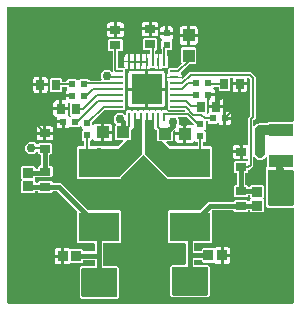
<source format=gbr>
G04 EAGLE Gerber RS-274X export*
G75*
%MOMM*%
%FSLAX34Y34*%
%LPD*%
%INTop Copper*%
%IPPOS*%
%AMOC8*
5,1,8,0,0,1.08239X$1,22.5*%
G01*
%ADD10R,0.750000X0.240000*%
%ADD11R,0.240000X0.750000*%
%ADD12R,2.600000X2.600000*%
%ADD13R,1.100000X1.000000*%
%ADD14R,1.000000X1.100000*%
%ADD15R,0.600000X0.600000*%
%ADD16R,0.900000X0.700000*%
%ADD17R,0.900000X0.850000*%
%ADD18R,0.850000X0.900000*%
%ADD19R,0.700000X0.900000*%
%ADD20R,2.006600X1.104900*%
%ADD21R,3.429000X2.478800*%
%ADD22C,0.152400*%
%ADD23C,0.756400*%
%ADD24C,0.812800*%
%ADD25C,0.609600*%
%ADD26C,0.406400*%
%ADD27C,0.200000*%
%ADD28C,0.254000*%

G36*
X254508Y-34066D02*
X254508Y-34066D01*
X254574Y-34064D01*
X254617Y-34046D01*
X254664Y-34038D01*
X254721Y-34004D01*
X254781Y-33979D01*
X254816Y-33948D01*
X254857Y-33923D01*
X254899Y-33872D01*
X254947Y-33828D01*
X254969Y-33786D01*
X254998Y-33749D01*
X255019Y-33687D01*
X255050Y-33628D01*
X255058Y-33574D01*
X255070Y-33537D01*
X255069Y-33497D01*
X255077Y-33443D01*
X255077Y46571D01*
X255066Y46636D01*
X255064Y46702D01*
X255046Y46745D01*
X255038Y46792D01*
X255004Y46849D01*
X254979Y46909D01*
X254948Y46944D01*
X254923Y46985D01*
X254872Y47027D01*
X254828Y47075D01*
X254786Y47097D01*
X254749Y47126D01*
X254687Y47147D01*
X254628Y47178D01*
X254574Y47186D01*
X254537Y47198D01*
X254497Y47197D01*
X254443Y47205D01*
X233342Y47205D01*
X231705Y48842D01*
X231705Y81658D01*
X232256Y82209D01*
X232281Y82244D01*
X232312Y82272D01*
X232344Y82335D01*
X232385Y82393D01*
X232395Y82434D01*
X232415Y82472D01*
X232428Y82562D01*
X232441Y82610D01*
X232438Y82631D01*
X232442Y82657D01*
X232442Y89553D01*
X232424Y89652D01*
X232410Y89752D01*
X232405Y89762D01*
X232403Y89774D01*
X232351Y89861D01*
X232303Y89949D01*
X232295Y89957D01*
X232288Y89967D01*
X232210Y90031D01*
X232134Y90097D01*
X232123Y90101D01*
X232114Y90109D01*
X232019Y90141D01*
X231925Y90177D01*
X231913Y90177D01*
X231902Y90181D01*
X231801Y90178D01*
X231700Y90178D01*
X231689Y90174D01*
X231677Y90174D01*
X231584Y90136D01*
X231489Y90102D01*
X231480Y90094D01*
X231470Y90090D01*
X231395Y90022D01*
X231318Y89956D01*
X231312Y89945D01*
X231304Y89938D01*
X231283Y89897D01*
X231256Y89852D01*
X229666Y88262D01*
X229102Y88028D01*
X229076Y88012D01*
X229046Y88002D01*
X228951Y87932D01*
X228913Y87907D01*
X228906Y87899D01*
X228896Y87891D01*
X228698Y87693D01*
X228419Y87693D01*
X228388Y87688D01*
X228358Y87690D01*
X228243Y87662D01*
X228198Y87654D01*
X228189Y87648D01*
X228176Y87645D01*
X227612Y87411D01*
X225388Y87411D01*
X224824Y87645D01*
X224794Y87652D01*
X224767Y87666D01*
X224649Y87683D01*
X224605Y87693D01*
X224594Y87691D01*
X224581Y87693D01*
X224302Y87693D01*
X224104Y87891D01*
X224079Y87908D01*
X224059Y87932D01*
X223958Y87993D01*
X223920Y88019D01*
X223910Y88022D01*
X223898Y88028D01*
X223334Y88262D01*
X221869Y89727D01*
X221796Y89778D01*
X221727Y89834D01*
X221705Y89841D01*
X221685Y89855D01*
X221599Y89877D01*
X221515Y89906D01*
X221491Y89905D01*
X221468Y89911D01*
X221379Y89902D01*
X221290Y89899D01*
X221268Y89890D01*
X221245Y89888D01*
X221165Y89848D01*
X221083Y89815D01*
X221065Y89799D01*
X221044Y89788D01*
X220983Y89723D01*
X220917Y89663D01*
X220906Y89642D01*
X220890Y89625D01*
X220855Y89543D01*
X220814Y89464D01*
X220811Y89438D01*
X220802Y89418D01*
X220800Y89368D01*
X220787Y89278D01*
X220787Y82553D01*
X217247Y79013D01*
X217059Y79013D01*
X216994Y79002D01*
X216928Y79000D01*
X216885Y78982D01*
X216838Y78974D01*
X216781Y78940D01*
X216721Y78915D01*
X216686Y78884D01*
X216645Y78859D01*
X216603Y78808D01*
X216555Y78764D01*
X216533Y78722D01*
X216504Y78685D01*
X216483Y78623D01*
X216452Y78564D01*
X216444Y78510D01*
X216432Y78473D01*
X216433Y78433D01*
X216425Y78379D01*
X216425Y77168D01*
X215532Y76275D01*
X214591Y76275D01*
X214526Y76264D01*
X214460Y76262D01*
X214417Y76244D01*
X214370Y76236D01*
X214313Y76202D01*
X214253Y76177D01*
X214218Y76146D01*
X214177Y76121D01*
X214135Y76070D01*
X214087Y76026D01*
X214065Y75984D01*
X214036Y75947D01*
X214015Y75885D01*
X213984Y75826D01*
X213976Y75772D01*
X213964Y75735D01*
X213965Y75695D01*
X213957Y75641D01*
X213957Y66959D01*
X213968Y66894D01*
X213970Y66828D01*
X213988Y66785D01*
X213996Y66738D01*
X214030Y66681D01*
X214055Y66621D01*
X214086Y66586D01*
X214111Y66545D01*
X214162Y66503D01*
X214206Y66455D01*
X214248Y66433D01*
X214285Y66404D01*
X214347Y66383D01*
X214406Y66352D01*
X214460Y66344D01*
X214497Y66332D01*
X214537Y66333D01*
X214591Y66325D01*
X215632Y66325D01*
X216537Y65420D01*
X216538Y65360D01*
X216556Y65317D01*
X216564Y65270D01*
X216598Y65213D01*
X216623Y65153D01*
X216654Y65118D01*
X216679Y65077D01*
X216730Y65035D01*
X216774Y64987D01*
X216816Y64965D01*
X216853Y64936D01*
X216915Y64915D01*
X216974Y64884D01*
X217028Y64876D01*
X217065Y64864D01*
X217105Y64865D01*
X217159Y64857D01*
X217241Y64857D01*
X217306Y64868D01*
X217372Y64870D01*
X217415Y64888D01*
X217462Y64896D01*
X217519Y64930D01*
X217579Y64955D01*
X217614Y64986D01*
X217655Y65011D01*
X217697Y65062D01*
X217745Y65106D01*
X217767Y65148D01*
X217796Y65185D01*
X217817Y65247D01*
X217848Y65306D01*
X217856Y65360D01*
X217857Y65363D01*
X218768Y66275D01*
X229032Y66275D01*
X229925Y65382D01*
X229925Y55618D01*
X229455Y55148D01*
X229417Y55094D01*
X229372Y55047D01*
X229354Y55003D01*
X229327Y54964D01*
X229310Y54901D01*
X229285Y54840D01*
X229283Y54793D01*
X229271Y54747D01*
X229278Y54682D01*
X229275Y54616D01*
X229289Y54571D01*
X229294Y54524D01*
X229323Y54465D01*
X229343Y54402D01*
X229376Y54358D01*
X229393Y54323D01*
X229422Y54296D01*
X229455Y54251D01*
X229925Y53782D01*
X229925Y44018D01*
X229032Y43125D01*
X218768Y43125D01*
X217875Y44018D01*
X217875Y44709D01*
X217864Y44774D01*
X217862Y44840D01*
X217844Y44883D01*
X217836Y44930D01*
X217802Y44987D01*
X217777Y45047D01*
X217746Y45082D01*
X217721Y45123D01*
X217670Y45165D01*
X217626Y45213D01*
X217584Y45235D01*
X217547Y45264D01*
X217485Y45285D01*
X217426Y45316D01*
X217372Y45324D01*
X217335Y45336D01*
X217295Y45335D01*
X217241Y45343D01*
X217159Y45343D01*
X217094Y45332D01*
X217028Y45330D01*
X216985Y45312D01*
X216938Y45304D01*
X216881Y45270D01*
X216821Y45245D01*
X216786Y45214D01*
X216745Y45189D01*
X216703Y45138D01*
X216655Y45094D01*
X216633Y45052D01*
X216604Y45015D01*
X216583Y44953D01*
X216552Y44894D01*
X216544Y44840D01*
X216532Y44803D01*
X216533Y44763D01*
X216525Y44709D01*
X216525Y44168D01*
X215632Y43275D01*
X205368Y43275D01*
X204463Y44180D01*
X204462Y44240D01*
X204444Y44283D01*
X204436Y44330D01*
X204402Y44387D01*
X204377Y44447D01*
X204346Y44482D01*
X204321Y44523D01*
X204270Y44565D01*
X204226Y44613D01*
X204184Y44635D01*
X204147Y44664D01*
X204085Y44685D01*
X204026Y44716D01*
X203972Y44724D01*
X203935Y44736D01*
X203895Y44735D01*
X203841Y44743D01*
X186304Y44743D01*
X186239Y44732D01*
X186173Y44730D01*
X186130Y44712D01*
X186083Y44704D01*
X186026Y44670D01*
X185966Y44645D01*
X185931Y44614D01*
X185890Y44589D01*
X185848Y44538D01*
X185800Y44494D01*
X185778Y44452D01*
X185749Y44415D01*
X185728Y44353D01*
X185697Y44294D01*
X185689Y44240D01*
X185677Y44203D01*
X185678Y44163D01*
X185670Y44109D01*
X185670Y17848D01*
X184777Y16955D01*
X171191Y16955D01*
X171126Y16944D01*
X171060Y16942D01*
X171017Y16924D01*
X170970Y16916D01*
X170913Y16882D01*
X170853Y16857D01*
X170818Y16826D01*
X170777Y16802D01*
X170735Y16750D01*
X170687Y16706D01*
X170665Y16664D01*
X170636Y16627D01*
X170615Y16565D01*
X170584Y16506D01*
X170576Y16452D01*
X170564Y16415D01*
X170565Y16375D01*
X170557Y16321D01*
X170557Y10891D01*
X170568Y10826D01*
X170570Y10760D01*
X170588Y10717D01*
X170596Y10670D01*
X170630Y10613D01*
X170655Y10553D01*
X170686Y10518D01*
X170711Y10477D01*
X170762Y10435D01*
X170806Y10387D01*
X170848Y10365D01*
X170885Y10336D01*
X170947Y10315D01*
X171006Y10284D01*
X171060Y10276D01*
X171097Y10264D01*
X171137Y10265D01*
X171191Y10257D01*
X176391Y10257D01*
X176456Y10268D01*
X176522Y10270D01*
X176565Y10288D01*
X176612Y10296D01*
X176669Y10330D01*
X176729Y10355D01*
X176764Y10386D01*
X176805Y10411D01*
X176847Y10462D01*
X176895Y10506D01*
X176917Y10548D01*
X176946Y10585D01*
X176967Y10647D01*
X176998Y10706D01*
X177006Y10760D01*
X177018Y10797D01*
X177017Y10837D01*
X177025Y10891D01*
X177025Y11832D01*
X177918Y12725D01*
X187819Y12725D01*
X187861Y12732D01*
X187903Y12730D01*
X187970Y12752D01*
X188040Y12764D01*
X188076Y12786D01*
X188117Y12799D01*
X188189Y12853D01*
X188233Y12879D01*
X188246Y12895D01*
X188267Y12911D01*
X188590Y13233D01*
X189169Y13568D01*
X189815Y13741D01*
X193131Y13741D01*
X193131Y7335D01*
X193142Y7270D01*
X193144Y7205D01*
X193162Y7161D01*
X193170Y7114D01*
X193204Y7058D01*
X193229Y6997D01*
X193261Y6962D01*
X193285Y6921D01*
X193336Y6880D01*
X193380Y6831D01*
X193422Y6809D01*
X193459Y6780D01*
X193521Y6759D01*
X193580Y6729D01*
X193634Y6720D01*
X193671Y6708D01*
X193711Y6709D01*
X193765Y6701D01*
X194401Y6701D01*
X194401Y6699D01*
X193765Y6699D01*
X193700Y6687D01*
X193635Y6686D01*
X193591Y6668D01*
X193544Y6659D01*
X193487Y6626D01*
X193427Y6601D01*
X193392Y6569D01*
X193351Y6545D01*
X193310Y6494D01*
X193261Y6450D01*
X193239Y6408D01*
X193210Y6371D01*
X193189Y6309D01*
X193158Y6250D01*
X193150Y6196D01*
X193138Y6159D01*
X193139Y6119D01*
X193131Y6065D01*
X193131Y-341D01*
X189815Y-341D01*
X189169Y-168D01*
X188590Y167D01*
X188267Y490D01*
X188232Y514D01*
X188204Y545D01*
X188141Y577D01*
X188083Y618D01*
X188042Y628D01*
X188004Y648D01*
X187915Y661D01*
X187866Y674D01*
X187845Y671D01*
X187819Y675D01*
X177918Y675D01*
X177025Y1568D01*
X177025Y2509D01*
X177014Y2574D01*
X177012Y2640D01*
X176994Y2683D01*
X176986Y2730D01*
X176952Y2787D01*
X176927Y2847D01*
X176896Y2882D01*
X176871Y2923D01*
X176820Y2965D01*
X176776Y3013D01*
X176734Y3035D01*
X176697Y3064D01*
X176635Y3085D01*
X176576Y3116D01*
X176522Y3124D01*
X176485Y3136D01*
X176445Y3135D01*
X176391Y3143D01*
X171191Y3143D01*
X171126Y3132D01*
X171060Y3130D01*
X171017Y3112D01*
X170970Y3104D01*
X170913Y3070D01*
X170853Y3045D01*
X170818Y3014D01*
X170777Y2989D01*
X170735Y2938D01*
X170687Y2894D01*
X170665Y2852D01*
X170636Y2815D01*
X170615Y2753D01*
X170584Y2694D01*
X170576Y2640D01*
X170564Y2603D01*
X170565Y2563D01*
X170557Y2509D01*
X170557Y-571D01*
X170568Y-636D01*
X170570Y-702D01*
X170588Y-745D01*
X170596Y-792D01*
X170630Y-849D01*
X170655Y-909D01*
X170686Y-944D01*
X170711Y-985D01*
X170762Y-1027D01*
X170806Y-1075D01*
X170848Y-1097D01*
X170885Y-1126D01*
X170947Y-1147D01*
X171006Y-1178D01*
X171060Y-1186D01*
X171097Y-1198D01*
X171137Y-1197D01*
X171191Y-1205D01*
X182158Y-1205D01*
X183795Y-2842D01*
X183795Y-27158D01*
X182158Y-28795D01*
X151842Y-28795D01*
X150205Y-27158D01*
X150205Y-2842D01*
X151842Y-1205D01*
X162809Y-1205D01*
X162874Y-1194D01*
X162940Y-1192D01*
X162983Y-1174D01*
X163030Y-1166D01*
X163087Y-1132D01*
X163147Y-1107D01*
X163182Y-1076D01*
X163223Y-1051D01*
X163265Y-1000D01*
X163313Y-956D01*
X163335Y-914D01*
X163364Y-877D01*
X163385Y-815D01*
X163416Y-756D01*
X163424Y-702D01*
X163436Y-665D01*
X163435Y-625D01*
X163443Y-571D01*
X163443Y16321D01*
X163432Y16386D01*
X163430Y16452D01*
X163412Y16495D01*
X163404Y16542D01*
X163370Y16599D01*
X163345Y16660D01*
X163314Y16694D01*
X163289Y16735D01*
X163238Y16777D01*
X163194Y16825D01*
X163152Y16847D01*
X163115Y16876D01*
X163053Y16898D01*
X162994Y16928D01*
X162940Y16936D01*
X162903Y16948D01*
X162863Y16947D01*
X162809Y16955D01*
X149223Y16955D01*
X148330Y17848D01*
X148330Y43900D01*
X149223Y44793D01*
X175626Y44793D01*
X175668Y44800D01*
X175710Y44798D01*
X175777Y44820D01*
X175847Y44832D01*
X175883Y44854D01*
X175924Y44867D01*
X175997Y44921D01*
X176040Y44947D01*
X176053Y44963D01*
X176074Y44979D01*
X182953Y51857D01*
X203841Y51857D01*
X203906Y51868D01*
X203972Y51870D01*
X204015Y51888D01*
X204062Y51896D01*
X204119Y51930D01*
X204179Y51955D01*
X204214Y51986D01*
X204255Y52011D01*
X204297Y52062D01*
X204345Y52106D01*
X204367Y52148D01*
X204396Y52185D01*
X204417Y52247D01*
X204448Y52306D01*
X204456Y52360D01*
X204468Y52397D01*
X204468Y52424D01*
X205368Y53325D01*
X215632Y53325D01*
X216314Y52643D01*
X216349Y52618D01*
X216377Y52587D01*
X216440Y52555D01*
X216498Y52514D01*
X216539Y52504D01*
X216577Y52484D01*
X216667Y52471D01*
X216715Y52458D01*
X216736Y52461D01*
X216762Y52457D01*
X217241Y52457D01*
X217306Y52468D01*
X217372Y52470D01*
X217415Y52488D01*
X217462Y52496D01*
X217519Y52530D01*
X217579Y52555D01*
X217614Y52586D01*
X217655Y52611D01*
X217697Y52662D01*
X217745Y52706D01*
X217767Y52748D01*
X217796Y52785D01*
X217817Y52847D01*
X217848Y52906D01*
X217856Y52960D01*
X217868Y52997D01*
X217867Y53037D01*
X217875Y53091D01*
X217875Y53782D01*
X218345Y54251D01*
X218383Y54306D01*
X218428Y54353D01*
X218446Y54397D01*
X218473Y54436D01*
X218490Y54499D01*
X218515Y54560D01*
X218517Y54607D01*
X218529Y54653D01*
X218522Y54718D01*
X218525Y54784D01*
X218511Y54829D01*
X218506Y54876D01*
X218477Y54935D01*
X218457Y54998D01*
X218424Y55042D01*
X218407Y55077D01*
X218378Y55104D01*
X218345Y55148D01*
X217875Y55618D01*
X217875Y57109D01*
X217864Y57174D01*
X217862Y57240D01*
X217844Y57283D01*
X217836Y57330D01*
X217802Y57387D01*
X217777Y57447D01*
X217746Y57482D01*
X217721Y57523D01*
X217670Y57565D01*
X217626Y57613D01*
X217584Y57635D01*
X217547Y57664D01*
X217485Y57685D01*
X217426Y57716D01*
X217372Y57724D01*
X217335Y57736D01*
X217295Y57735D01*
X217241Y57743D01*
X217159Y57743D01*
X217094Y57732D01*
X217028Y57730D01*
X216985Y57712D01*
X216938Y57704D01*
X216881Y57670D01*
X216821Y57645D01*
X216786Y57614D01*
X216745Y57589D01*
X216703Y57538D01*
X216655Y57494D01*
X216633Y57452D01*
X216604Y57415D01*
X216583Y57353D01*
X216552Y57294D01*
X216544Y57240D01*
X216532Y57203D01*
X216532Y57176D01*
X215632Y56275D01*
X205368Y56275D01*
X204475Y57168D01*
X204475Y65432D01*
X205368Y66325D01*
X206209Y66325D01*
X206274Y66336D01*
X206340Y66338D01*
X206383Y66356D01*
X206430Y66364D01*
X206487Y66398D01*
X206547Y66423D01*
X206582Y66454D01*
X206623Y66479D01*
X206665Y66530D01*
X206713Y66574D01*
X206735Y66616D01*
X206764Y66653D01*
X206785Y66715D01*
X206816Y66774D01*
X206824Y66828D01*
X206836Y66865D01*
X206835Y66905D01*
X206843Y66959D01*
X206843Y75641D01*
X206832Y75706D01*
X206830Y75772D01*
X206812Y75815D01*
X206804Y75862D01*
X206770Y75919D01*
X206745Y75979D01*
X206714Y76014D01*
X206689Y76055D01*
X206638Y76097D01*
X206594Y76145D01*
X206552Y76167D01*
X206515Y76196D01*
X206453Y76217D01*
X206394Y76248D01*
X206340Y76256D01*
X206303Y76268D01*
X206263Y76267D01*
X206209Y76275D01*
X205268Y76275D01*
X204375Y77168D01*
X204375Y85432D01*
X205268Y86325D01*
X215579Y86325D01*
X215644Y86336D01*
X215710Y86338D01*
X215753Y86356D01*
X215800Y86364D01*
X215857Y86398D01*
X215917Y86423D01*
X215952Y86454D01*
X215993Y86479D01*
X216035Y86530D01*
X216083Y86574D01*
X216105Y86616D01*
X216134Y86653D01*
X216155Y86715D01*
X216186Y86774D01*
X216194Y86828D01*
X216206Y86865D01*
X216205Y86905D01*
X216213Y86959D01*
X216213Y87695D01*
X216207Y87731D01*
X216209Y87767D01*
X216187Y87840D01*
X216174Y87916D01*
X216155Y87947D01*
X216145Y87982D01*
X216099Y88043D01*
X216059Y88109D01*
X216031Y88132D01*
X216010Y88161D01*
X215945Y88202D01*
X215885Y88250D01*
X215851Y88262D01*
X215820Y88281D01*
X215745Y88298D01*
X215673Y88322D01*
X215637Y88321D01*
X215601Y88329D01*
X215498Y88317D01*
X215448Y88316D01*
X215434Y88310D01*
X215415Y88308D01*
X215235Y88259D01*
X211669Y88259D01*
X211669Y93665D01*
X211658Y93730D01*
X211656Y93795D01*
X211638Y93839D01*
X211629Y93886D01*
X211596Y93942D01*
X211571Y94003D01*
X211539Y94038D01*
X211515Y94079D01*
X211464Y94120D01*
X211420Y94169D01*
X211378Y94191D01*
X211341Y94220D01*
X211279Y94241D01*
X211220Y94271D01*
X211166Y94280D01*
X211129Y94292D01*
X211089Y94291D01*
X211035Y94299D01*
X210399Y94299D01*
X210399Y94301D01*
X211035Y94301D01*
X211100Y94313D01*
X211165Y94314D01*
X211209Y94332D01*
X211256Y94341D01*
X211313Y94374D01*
X211373Y94399D01*
X211408Y94431D01*
X211449Y94455D01*
X211490Y94506D01*
X211539Y94550D01*
X211561Y94592D01*
X211590Y94629D01*
X211611Y94691D01*
X211641Y94750D01*
X211650Y94804D01*
X211662Y94841D01*
X211661Y94881D01*
X211669Y94935D01*
X211669Y100341D01*
X215235Y100341D01*
X215415Y100292D01*
X215451Y100289D01*
X215485Y100278D01*
X215562Y100280D01*
X215638Y100274D01*
X215673Y100283D01*
X215710Y100284D01*
X215781Y100313D01*
X215855Y100334D01*
X215884Y100355D01*
X215917Y100369D01*
X215974Y100420D01*
X216036Y100465D01*
X216056Y100496D01*
X216083Y100520D01*
X216118Y100588D01*
X216161Y100652D01*
X216169Y100687D01*
X216186Y100720D01*
X216201Y100822D01*
X216212Y100870D01*
X216210Y100886D01*
X216213Y100905D01*
X216213Y122947D01*
X217789Y124523D01*
X217814Y124558D01*
X217845Y124587D01*
X217877Y124650D01*
X217918Y124708D01*
X217928Y124749D01*
X217948Y124787D01*
X217961Y124876D01*
X217974Y124925D01*
X217971Y124946D01*
X217975Y124972D01*
X217975Y155691D01*
X217968Y155733D01*
X217970Y155776D01*
X217948Y155843D01*
X217936Y155912D01*
X217914Y155949D01*
X217901Y155989D01*
X217847Y156062D01*
X217821Y156106D01*
X217805Y156119D01*
X217789Y156140D01*
X217216Y156713D01*
X217181Y156738D01*
X217152Y156769D01*
X217090Y156801D01*
X217032Y156842D01*
X216991Y156852D01*
X216953Y156872D01*
X216863Y156885D01*
X216814Y156898D01*
X216794Y156895D01*
X216767Y156899D01*
X216075Y156899D01*
X216010Y156888D01*
X215944Y156886D01*
X215901Y156868D01*
X215854Y156860D01*
X215797Y156826D01*
X215737Y156801D01*
X215702Y156770D01*
X215661Y156745D01*
X215619Y156694D01*
X215571Y156650D01*
X215549Y156608D01*
X215520Y156571D01*
X215499Y156509D01*
X215468Y156450D01*
X215460Y156396D01*
X215448Y156359D01*
X215449Y156319D01*
X215441Y156265D01*
X215441Y153169D01*
X210035Y153169D01*
X209970Y153158D01*
X209905Y153156D01*
X209861Y153138D01*
X209814Y153129D01*
X209758Y153096D01*
X209697Y153071D01*
X209662Y153039D01*
X209621Y153015D01*
X209580Y152964D01*
X209531Y152920D01*
X209509Y152878D01*
X209480Y152841D01*
X209459Y152779D01*
X209429Y152720D01*
X209420Y152666D01*
X209408Y152629D01*
X209409Y152589D01*
X209401Y152535D01*
X209401Y151899D01*
X209399Y151899D01*
X209399Y152535D01*
X209387Y152600D01*
X209386Y152665D01*
X209368Y152709D01*
X209359Y152756D01*
X209326Y152813D01*
X209301Y152873D01*
X209269Y152908D01*
X209245Y152949D01*
X209194Y152990D01*
X209150Y153039D01*
X209108Y153061D01*
X209071Y153090D01*
X209009Y153111D01*
X208950Y153141D01*
X208896Y153150D01*
X208859Y153162D01*
X208819Y153161D01*
X208765Y153169D01*
X203359Y153169D01*
X203359Y156265D01*
X203348Y156330D01*
X203346Y156396D01*
X203328Y156439D01*
X203320Y156486D01*
X203286Y156543D01*
X203261Y156603D01*
X203230Y156638D01*
X203205Y156679D01*
X203154Y156721D01*
X203110Y156769D01*
X203068Y156791D01*
X203031Y156820D01*
X202969Y156841D01*
X202910Y156872D01*
X202856Y156880D01*
X202819Y156892D01*
X202779Y156891D01*
X202725Y156899D01*
X202059Y156899D01*
X201994Y156888D01*
X201928Y156886D01*
X201885Y156868D01*
X201838Y156860D01*
X201781Y156826D01*
X201721Y156801D01*
X201686Y156770D01*
X201645Y156745D01*
X201603Y156694D01*
X201555Y156650D01*
X201533Y156608D01*
X201504Y156571D01*
X201483Y156509D01*
X201452Y156450D01*
X201444Y156396D01*
X201432Y156359D01*
X201433Y156319D01*
X201425Y156265D01*
X201425Y146768D01*
X200532Y145875D01*
X192268Y145875D01*
X191375Y146768D01*
X191375Y148979D01*
X191364Y149044D01*
X191362Y149110D01*
X191344Y149153D01*
X191336Y149200D01*
X191302Y149257D01*
X191277Y149317D01*
X191246Y149352D01*
X191221Y149393D01*
X191170Y149435D01*
X191126Y149483D01*
X191084Y149505D01*
X191047Y149534D01*
X190985Y149555D01*
X190926Y149586D01*
X190872Y149594D01*
X190835Y149606D01*
X190795Y149605D01*
X190741Y149613D01*
X187759Y149613D01*
X187694Y149602D01*
X187628Y149600D01*
X187585Y149582D01*
X187538Y149574D01*
X187481Y149540D01*
X187421Y149515D01*
X187386Y149484D01*
X187345Y149459D01*
X187303Y149408D01*
X187255Y149364D01*
X187233Y149322D01*
X187204Y149285D01*
X187183Y149223D01*
X187152Y149164D01*
X187144Y149110D01*
X187132Y149073D01*
X187133Y149033D01*
X187125Y148979D01*
X187125Y148868D01*
X187002Y148746D01*
X186982Y148716D01*
X186954Y148692D01*
X186918Y148625D01*
X186874Y148562D01*
X186865Y148527D01*
X186848Y148495D01*
X186837Y148419D01*
X186818Y148345D01*
X186822Y148308D01*
X186817Y148273D01*
X186834Y148198D01*
X186842Y148121D01*
X186858Y148089D01*
X186865Y148053D01*
X186907Y147989D01*
X186941Y147920D01*
X186967Y147895D01*
X186987Y147865D01*
X187068Y147800D01*
X187104Y147766D01*
X187119Y147760D01*
X187134Y147748D01*
X187160Y147733D01*
X187633Y147260D01*
X187968Y146681D01*
X188141Y146035D01*
X188141Y143969D01*
X183235Y143969D01*
X183170Y143958D01*
X183105Y143956D01*
X183061Y143938D01*
X183014Y143929D01*
X182958Y143896D01*
X182897Y143871D01*
X182862Y143839D01*
X182821Y143815D01*
X182780Y143764D01*
X182731Y143720D01*
X182709Y143678D01*
X182680Y143641D01*
X182659Y143579D01*
X182629Y143520D01*
X182620Y143466D01*
X182608Y143429D01*
X182609Y143389D01*
X182601Y143335D01*
X182601Y142699D01*
X181965Y142699D01*
X181900Y142687D01*
X181835Y142686D01*
X181791Y142668D01*
X181744Y142659D01*
X181687Y142626D01*
X181627Y142601D01*
X181592Y142569D01*
X181551Y142545D01*
X181510Y142494D01*
X181461Y142450D01*
X181439Y142408D01*
X181410Y142371D01*
X181389Y142309D01*
X181358Y142250D01*
X181350Y142196D01*
X181338Y142159D01*
X181339Y142119D01*
X181331Y142065D01*
X181331Y138188D01*
X181338Y138146D01*
X181336Y138104D01*
X181358Y138037D01*
X181370Y137967D01*
X181392Y137931D01*
X181405Y137890D01*
X181425Y137864D01*
X181425Y127312D01*
X181440Y127225D01*
X181450Y127136D01*
X181460Y127115D01*
X181464Y127091D01*
X181510Y127015D01*
X181549Y126935D01*
X181566Y126919D01*
X181579Y126898D01*
X181648Y126842D01*
X181712Y126781D01*
X181734Y126772D01*
X181753Y126757D01*
X181837Y126728D01*
X181919Y126694D01*
X181943Y126693D01*
X181965Y126685D01*
X182054Y126688D01*
X182143Y126684D01*
X182166Y126691D01*
X182190Y126692D01*
X182272Y126725D01*
X182357Y126752D01*
X182378Y126768D01*
X182397Y126776D01*
X182435Y126810D01*
X182507Y126864D01*
X183096Y127453D01*
X183098Y127454D01*
X183139Y127479D01*
X183181Y127530D01*
X183229Y127574D01*
X183251Y127616D01*
X183280Y127653D01*
X183301Y127715D01*
X183332Y127774D01*
X183340Y127828D01*
X183352Y127865D01*
X183351Y127905D01*
X183359Y127959D01*
X183359Y131431D01*
X188765Y131431D01*
X188830Y131442D01*
X188895Y131444D01*
X188939Y131462D01*
X188986Y131470D01*
X189042Y131504D01*
X189103Y131529D01*
X189138Y131561D01*
X189179Y131585D01*
X189220Y131636D01*
X189269Y131680D01*
X189291Y131722D01*
X189320Y131759D01*
X189341Y131821D01*
X189371Y131880D01*
X189380Y131934D01*
X189392Y131971D01*
X189391Y132000D01*
X189392Y132003D01*
X189392Y132016D01*
X189399Y132065D01*
X189399Y132701D01*
X189401Y132701D01*
X189401Y132065D01*
X189413Y132000D01*
X189414Y131935D01*
X189432Y131891D01*
X189441Y131844D01*
X189474Y131787D01*
X189499Y131727D01*
X189531Y131692D01*
X189555Y131651D01*
X189606Y131610D01*
X189650Y131561D01*
X189692Y131539D01*
X189729Y131510D01*
X189791Y131489D01*
X189850Y131458D01*
X189904Y131450D01*
X189941Y131438D01*
X189981Y131439D01*
X190035Y131431D01*
X195441Y131431D01*
X195441Y127865D01*
X195352Y127536D01*
X195349Y127491D01*
X195331Y127372D01*
X195331Y123435D01*
X195342Y123370D01*
X195344Y123305D01*
X195362Y123261D01*
X195370Y123214D01*
X195404Y123158D01*
X195429Y123097D01*
X195461Y123062D01*
X195485Y123021D01*
X195536Y122980D01*
X195580Y122931D01*
X195622Y122909D01*
X195659Y122880D01*
X195721Y122859D01*
X195780Y122829D01*
X195834Y122820D01*
X195871Y122808D01*
X195911Y122809D01*
X195965Y122801D01*
X196601Y122801D01*
X196601Y122799D01*
X195965Y122799D01*
X195900Y122787D01*
X195835Y122786D01*
X195791Y122768D01*
X195744Y122759D01*
X195687Y122726D01*
X195627Y122701D01*
X195592Y122669D01*
X195551Y122645D01*
X195510Y122594D01*
X195461Y122550D01*
X195439Y122508D01*
X195410Y122471D01*
X195389Y122409D01*
X195358Y122350D01*
X195350Y122296D01*
X195338Y122259D01*
X195339Y122219D01*
X195331Y122165D01*
X195331Y117259D01*
X193265Y117259D01*
X192619Y117432D01*
X192040Y117767D01*
X191567Y118240D01*
X191479Y118393D01*
X191455Y118421D01*
X191439Y118453D01*
X191383Y118506D01*
X191334Y118564D01*
X191302Y118582D01*
X191276Y118607D01*
X191205Y118637D01*
X191138Y118675D01*
X191103Y118680D01*
X191069Y118695D01*
X190993Y118698D01*
X190917Y118710D01*
X190881Y118703D01*
X190845Y118705D01*
X190772Y118681D01*
X190697Y118666D01*
X190666Y118647D01*
X190631Y118636D01*
X190548Y118575D01*
X190506Y118548D01*
X190496Y118536D01*
X190481Y118524D01*
X190232Y118275D01*
X182968Y118275D01*
X182075Y119168D01*
X182075Y119879D01*
X182064Y119944D01*
X182062Y120010D01*
X182044Y120053D01*
X182036Y120100D01*
X182002Y120157D01*
X181977Y120217D01*
X181946Y120252D01*
X181921Y120293D01*
X181870Y120335D01*
X181826Y120383D01*
X181784Y120405D01*
X181747Y120434D01*
X181685Y120455D01*
X181626Y120486D01*
X181572Y120494D01*
X181535Y120506D01*
X181495Y120505D01*
X181441Y120513D01*
X181159Y120513D01*
X181094Y120502D01*
X181028Y120500D01*
X180985Y120482D01*
X180938Y120474D01*
X180881Y120440D01*
X180821Y120415D01*
X180786Y120384D01*
X180745Y120359D01*
X180703Y120308D01*
X180655Y120264D01*
X180633Y120222D01*
X180604Y120185D01*
X180583Y120123D01*
X180552Y120064D01*
X180544Y120010D01*
X180532Y119973D01*
X180533Y119933D01*
X180525Y119879D01*
X180525Y113968D01*
X179605Y113048D01*
X179567Y112994D01*
X179522Y112947D01*
X179504Y112903D01*
X179477Y112864D01*
X179460Y112801D01*
X179435Y112740D01*
X179433Y112693D01*
X179421Y112647D01*
X179428Y112582D01*
X179425Y112516D01*
X179439Y112471D01*
X179444Y112424D01*
X179473Y112365D01*
X179493Y112302D01*
X179526Y112258D01*
X179543Y112223D01*
X179572Y112196D01*
X179605Y112151D01*
X180525Y111232D01*
X180525Y103968D01*
X179632Y103075D01*
X178921Y103075D01*
X178856Y103064D01*
X178790Y103062D01*
X178747Y103044D01*
X178700Y103036D01*
X178643Y103002D01*
X178583Y102977D01*
X178548Y102946D01*
X178507Y102921D01*
X178465Y102870D01*
X178417Y102826D01*
X178395Y102784D01*
X178366Y102747D01*
X178345Y102685D01*
X178314Y102626D01*
X178306Y102572D01*
X178294Y102535D01*
X178295Y102495D01*
X178287Y102441D01*
X178287Y99679D01*
X178298Y99614D01*
X178300Y99548D01*
X178318Y99505D01*
X178326Y99458D01*
X178360Y99401D01*
X178385Y99340D01*
X178416Y99306D01*
X178441Y99265D01*
X178492Y99223D01*
X178536Y99175D01*
X178578Y99153D01*
X178615Y99124D01*
X178677Y99102D01*
X178736Y99072D01*
X178790Y99064D01*
X178827Y99052D01*
X178867Y99053D01*
X178921Y99045D01*
X184777Y99045D01*
X185670Y98152D01*
X185670Y72100D01*
X184777Y71207D01*
X149018Y71207D01*
X149002Y71212D01*
X148981Y71209D01*
X148955Y71213D01*
X148553Y71213D01*
X129239Y90527D01*
X128429Y91337D01*
X128399Y91358D01*
X128384Y91374D01*
X128365Y91384D01*
X128327Y91420D01*
X128284Y91438D01*
X128245Y91465D01*
X128181Y91481D01*
X128121Y91507D01*
X128073Y91509D01*
X128028Y91521D01*
X127962Y91514D01*
X127896Y91517D01*
X127851Y91503D01*
X127804Y91498D01*
X127746Y91469D01*
X127683Y91449D01*
X127639Y91416D01*
X127603Y91398D01*
X127576Y91370D01*
X127559Y91357D01*
X127548Y91350D01*
X127545Y91346D01*
X127532Y91337D01*
X108856Y72660D01*
X108831Y72626D01*
X108800Y72597D01*
X108768Y72534D01*
X108727Y72476D01*
X108717Y72435D01*
X108697Y72397D01*
X108684Y72308D01*
X108671Y72259D01*
X108674Y72238D01*
X108670Y72212D01*
X108670Y72100D01*
X107777Y71207D01*
X72223Y71207D01*
X71330Y72100D01*
X71330Y98152D01*
X72223Y99045D01*
X76979Y99045D01*
X77044Y99056D01*
X77110Y99058D01*
X77153Y99076D01*
X77200Y99084D01*
X77257Y99118D01*
X77317Y99143D01*
X77352Y99174D01*
X77393Y99198D01*
X77435Y99250D01*
X77483Y99294D01*
X77505Y99336D01*
X77534Y99373D01*
X77555Y99435D01*
X77586Y99494D01*
X77594Y99548D01*
X77606Y99585D01*
X77605Y99625D01*
X77613Y99679D01*
X77613Y103241D01*
X77602Y103306D01*
X77600Y103372D01*
X77582Y103415D01*
X77574Y103462D01*
X77540Y103519D01*
X77515Y103579D01*
X77484Y103614D01*
X77459Y103655D01*
X77408Y103697D01*
X77364Y103745D01*
X77322Y103767D01*
X77285Y103796D01*
X77223Y103817D01*
X77164Y103848D01*
X77110Y103856D01*
X77073Y103868D01*
X77033Y103867D01*
X76979Y103875D01*
X76268Y103875D01*
X75375Y104768D01*
X75375Y112032D01*
X76295Y112952D01*
X76333Y113006D01*
X76378Y113053D01*
X76396Y113097D01*
X76423Y113136D01*
X76440Y113199D01*
X76465Y113260D01*
X76467Y113307D01*
X76479Y113353D01*
X76472Y113418D01*
X76475Y113484D01*
X76461Y113529D01*
X76456Y113576D01*
X76427Y113635D01*
X76407Y113698D01*
X76374Y113742D01*
X76357Y113777D01*
X76328Y113804D01*
X76295Y113849D01*
X75375Y114768D01*
X75375Y115588D01*
X75360Y115675D01*
X75350Y115764D01*
X75340Y115785D01*
X75336Y115809D01*
X75290Y115885D01*
X75251Y115965D01*
X75234Y115981D01*
X75221Y116002D01*
X75152Y116058D01*
X75088Y116119D01*
X75066Y116128D01*
X75047Y116143D01*
X74963Y116172D01*
X74881Y116206D01*
X74857Y116207D01*
X74835Y116215D01*
X74746Y116212D01*
X74657Y116216D01*
X74634Y116209D01*
X74610Y116208D01*
X74528Y116175D01*
X74443Y116148D01*
X74422Y116132D01*
X74403Y116124D01*
X74365Y116090D01*
X74293Y116036D01*
X73532Y115275D01*
X66268Y115275D01*
X66019Y115524D01*
X65989Y115545D01*
X65966Y115572D01*
X65898Y115609D01*
X65835Y115653D01*
X65800Y115662D01*
X65768Y115679D01*
X65692Y115689D01*
X65618Y115708D01*
X65582Y115705D01*
X65546Y115710D01*
X65471Y115693D01*
X65395Y115685D01*
X65362Y115669D01*
X65327Y115661D01*
X65262Y115620D01*
X65193Y115586D01*
X65169Y115559D01*
X65138Y115540D01*
X65074Y115459D01*
X65040Y115423D01*
X65033Y115408D01*
X65021Y115393D01*
X64933Y115240D01*
X64460Y114767D01*
X63881Y114432D01*
X63235Y114259D01*
X61169Y114259D01*
X61169Y119165D01*
X61158Y119230D01*
X61156Y119295D01*
X61138Y119339D01*
X61129Y119386D01*
X61096Y119442D01*
X61071Y119503D01*
X61039Y119538D01*
X61015Y119579D01*
X60964Y119620D01*
X60920Y119669D01*
X60878Y119691D01*
X60841Y119720D01*
X60779Y119741D01*
X60720Y119771D01*
X60666Y119780D01*
X60629Y119792D01*
X60589Y119791D01*
X60535Y119799D01*
X59899Y119799D01*
X59899Y120435D01*
X59887Y120500D01*
X59886Y120565D01*
X59868Y120609D01*
X59859Y120656D01*
X59826Y120713D01*
X59801Y120773D01*
X59769Y120808D01*
X59745Y120849D01*
X59694Y120890D01*
X59650Y120939D01*
X59608Y120961D01*
X59571Y120990D01*
X59509Y121011D01*
X59450Y121041D01*
X59396Y121050D01*
X59359Y121062D01*
X59319Y121061D01*
X59265Y121069D01*
X54359Y121069D01*
X54359Y123218D01*
X54355Y123243D01*
X54358Y123284D01*
X54349Y123319D01*
X54348Y123356D01*
X54324Y123413D01*
X54320Y123439D01*
X54312Y123452D01*
X54298Y123501D01*
X54277Y123530D01*
X54263Y123563D01*
X54214Y123617D01*
X54205Y123632D01*
X54199Y123637D01*
X54166Y123682D01*
X54136Y123702D01*
X54112Y123729D01*
X54044Y123764D01*
X54039Y123767D01*
X54031Y123773D01*
X54028Y123775D01*
X53980Y123807D01*
X53944Y123815D01*
X53912Y123832D01*
X53814Y123846D01*
X53119Y124032D01*
X52540Y124367D01*
X52067Y124840D01*
X51732Y125419D01*
X51559Y126065D01*
X51559Y129631D01*
X56965Y129631D01*
X57030Y129642D01*
X57095Y129644D01*
X57139Y129662D01*
X57186Y129670D01*
X57242Y129704D01*
X57303Y129729D01*
X57338Y129761D01*
X57379Y129785D01*
X57420Y129836D01*
X57469Y129880D01*
X57491Y129922D01*
X57520Y129959D01*
X57541Y130021D01*
X57571Y130080D01*
X57580Y130134D01*
X57592Y130171D01*
X57591Y130211D01*
X57599Y130265D01*
X57599Y130901D01*
X57601Y130901D01*
X57601Y130265D01*
X57613Y130200D01*
X57614Y130135D01*
X57632Y130091D01*
X57641Y130044D01*
X57674Y129987D01*
X57699Y129927D01*
X57731Y129892D01*
X57755Y129851D01*
X57806Y129810D01*
X57850Y129761D01*
X57892Y129739D01*
X57929Y129710D01*
X57991Y129689D01*
X58050Y129658D01*
X58104Y129650D01*
X58141Y129638D01*
X58181Y129639D01*
X58235Y129631D01*
X63641Y129631D01*
X63641Y126065D01*
X63590Y125878D01*
X63588Y125853D01*
X63587Y125847D01*
X63587Y125835D01*
X63582Y125783D01*
X63569Y125689D01*
X63573Y125672D01*
X63572Y125654D01*
X63597Y125563D01*
X63618Y125470D01*
X63627Y125455D01*
X63632Y125438D01*
X63688Y125361D01*
X63739Y125281D01*
X63754Y125269D01*
X63764Y125257D01*
X63805Y125229D01*
X63886Y125165D01*
X64460Y124833D01*
X64933Y124360D01*
X65021Y124207D01*
X65045Y124179D01*
X65061Y124147D01*
X65117Y124094D01*
X65166Y124036D01*
X65198Y124018D01*
X65224Y123993D01*
X65295Y123963D01*
X65362Y123925D01*
X65397Y123920D01*
X65431Y123905D01*
X65507Y123902D01*
X65583Y123890D01*
X65619Y123897D01*
X65655Y123895D01*
X65728Y123919D01*
X65803Y123934D01*
X65834Y123953D01*
X65869Y123964D01*
X65952Y124026D01*
X65994Y124052D01*
X66004Y124064D01*
X66019Y124076D01*
X66195Y124252D01*
X66233Y124306D01*
X66278Y124353D01*
X66296Y124397D01*
X66323Y124436D01*
X66340Y124499D01*
X66365Y124560D01*
X66367Y124607D01*
X66379Y124653D01*
X66372Y124719D01*
X66375Y124784D01*
X66361Y124829D01*
X66356Y124876D01*
X66327Y124935D01*
X66307Y124998D01*
X66274Y125042D01*
X66257Y125077D01*
X66228Y125104D01*
X66195Y125149D01*
X65575Y125768D01*
X65575Y135525D01*
X65564Y135590D01*
X65562Y135656D01*
X65544Y135699D01*
X65536Y135746D01*
X65502Y135803D01*
X65477Y135863D01*
X65446Y135898D01*
X65421Y135939D01*
X65370Y135981D01*
X65326Y136029D01*
X65284Y136051D01*
X65247Y136080D01*
X65185Y136101D01*
X65126Y136132D01*
X65072Y136140D01*
X65035Y136152D01*
X64995Y136151D01*
X64941Y136159D01*
X64275Y136159D01*
X64210Y136148D01*
X64144Y136146D01*
X64101Y136128D01*
X64054Y136120D01*
X63997Y136086D01*
X63937Y136061D01*
X63902Y136030D01*
X63861Y136005D01*
X63819Y135954D01*
X63771Y135910D01*
X63749Y135868D01*
X63720Y135831D01*
X63699Y135769D01*
X63668Y135710D01*
X63660Y135656D01*
X63648Y135619D01*
X63649Y135579D01*
X63641Y135525D01*
X63641Y132169D01*
X58869Y132169D01*
X58869Y137941D01*
X61225Y137941D01*
X61290Y137952D01*
X61356Y137954D01*
X61399Y137972D01*
X61446Y137980D01*
X61503Y138014D01*
X61563Y138039D01*
X61598Y138070D01*
X61639Y138095D01*
X61681Y138146D01*
X61729Y138190D01*
X61751Y138232D01*
X61780Y138269D01*
X61801Y138331D01*
X61832Y138390D01*
X61840Y138444D01*
X61852Y138481D01*
X61851Y138521D01*
X61859Y138575D01*
X61859Y140431D01*
X66765Y140431D01*
X66830Y140442D01*
X66895Y140444D01*
X66939Y140462D01*
X66986Y140470D01*
X67042Y140504D01*
X67103Y140529D01*
X67138Y140561D01*
X67179Y140585D01*
X67220Y140636D01*
X67269Y140680D01*
X67291Y140722D01*
X67320Y140759D01*
X67341Y140821D01*
X67371Y140880D01*
X67380Y140934D01*
X67392Y140971D01*
X67391Y141011D01*
X67399Y141065D01*
X67399Y142335D01*
X67387Y142400D01*
X67386Y142465D01*
X67368Y142509D01*
X67359Y142556D01*
X67326Y142613D01*
X67301Y142673D01*
X67269Y142708D01*
X67245Y142749D01*
X67194Y142790D01*
X67150Y142839D01*
X67108Y142861D01*
X67071Y142890D01*
X67009Y142911D01*
X66950Y142941D01*
X66896Y142950D01*
X66859Y142962D01*
X66819Y142961D01*
X66765Y142969D01*
X61859Y142969D01*
X61859Y145035D01*
X62032Y145681D01*
X62367Y146260D01*
X62840Y146733D01*
X62930Y146785D01*
X62957Y146808D01*
X62990Y146824D01*
X63043Y146880D01*
X63101Y146930D01*
X63119Y146961D01*
X63144Y146988D01*
X63174Y147058D01*
X63211Y147125D01*
X63217Y147161D01*
X63231Y147194D01*
X63235Y147271D01*
X63247Y147347D01*
X63240Y147382D01*
X63241Y147418D01*
X63218Y147491D01*
X63203Y147567D01*
X63184Y147598D01*
X63173Y147632D01*
X63111Y147715D01*
X63085Y147758D01*
X63073Y147767D01*
X63061Y147783D01*
X62875Y147968D01*
X62875Y148679D01*
X62864Y148744D01*
X62862Y148810D01*
X62844Y148853D01*
X62836Y148900D01*
X62802Y148957D01*
X62777Y149017D01*
X62746Y149052D01*
X62721Y149093D01*
X62670Y149135D01*
X62626Y149183D01*
X62584Y149205D01*
X62547Y149234D01*
X62485Y149255D01*
X62426Y149286D01*
X62372Y149294D01*
X62335Y149306D01*
X62295Y149305D01*
X62241Y149313D01*
X59259Y149313D01*
X59194Y149302D01*
X59128Y149300D01*
X59085Y149282D01*
X59038Y149274D01*
X58981Y149240D01*
X58921Y149215D01*
X58886Y149184D01*
X58845Y149159D01*
X58803Y149108D01*
X58755Y149064D01*
X58733Y149022D01*
X58704Y148985D01*
X58683Y148923D01*
X58652Y148864D01*
X58644Y148810D01*
X58632Y148773D01*
X58633Y148733D01*
X58625Y148679D01*
X58625Y145868D01*
X57732Y144975D01*
X49468Y144975D01*
X48575Y145868D01*
X48575Y156132D01*
X49468Y157025D01*
X57732Y157025D01*
X58625Y156132D01*
X58625Y154521D01*
X58636Y154456D01*
X58638Y154390D01*
X58656Y154347D01*
X58664Y154300D01*
X58698Y154243D01*
X58723Y154183D01*
X58754Y154148D01*
X58779Y154107D01*
X58830Y154065D01*
X58874Y154017D01*
X58916Y153995D01*
X58953Y153966D01*
X59015Y153945D01*
X59074Y153914D01*
X59128Y153906D01*
X59165Y153894D01*
X59205Y153895D01*
X59259Y153887D01*
X62241Y153887D01*
X62306Y153898D01*
X62372Y153900D01*
X62415Y153918D01*
X62462Y153926D01*
X62519Y153960D01*
X62579Y153985D01*
X62614Y154016D01*
X62655Y154041D01*
X62697Y154092D01*
X62745Y154136D01*
X62767Y154178D01*
X62796Y154215D01*
X62817Y154277D01*
X62848Y154336D01*
X62856Y154390D01*
X62868Y154427D01*
X62867Y154467D01*
X62875Y154521D01*
X62875Y155232D01*
X63768Y156125D01*
X71032Y156125D01*
X71952Y155205D01*
X72006Y155167D01*
X72053Y155122D01*
X72097Y155104D01*
X72136Y155077D01*
X72199Y155060D01*
X72260Y155035D01*
X72307Y155033D01*
X72353Y155021D01*
X72418Y155028D01*
X72484Y155025D01*
X72529Y155039D01*
X72576Y155044D01*
X72635Y155073D01*
X72698Y155093D01*
X72742Y155126D01*
X72777Y155143D01*
X72804Y155172D01*
X72849Y155205D01*
X73768Y156125D01*
X81032Y156125D01*
X81976Y155180D01*
X81998Y155143D01*
X82023Y155083D01*
X82054Y155048D01*
X82079Y155007D01*
X82130Y154965D01*
X82174Y154917D01*
X82216Y154895D01*
X82253Y154866D01*
X82315Y154845D01*
X82374Y154814D01*
X82428Y154806D01*
X82465Y154794D01*
X82505Y154795D01*
X82559Y154787D01*
X91745Y154787D01*
X91833Y154802D01*
X91921Y154812D01*
X91943Y154822D01*
X91966Y154826D01*
X92043Y154872D01*
X92123Y154911D01*
X92139Y154928D01*
X92159Y154941D01*
X92215Y155010D01*
X92276Y155074D01*
X92286Y155096D01*
X92301Y155115D01*
X92329Y155199D01*
X92364Y155281D01*
X92365Y155305D01*
X92372Y155327D01*
X92370Y155416D01*
X92374Y155505D01*
X92367Y155528D01*
X92366Y155552D01*
X92332Y155634D01*
X92305Y155719D01*
X92289Y155740D01*
X92282Y155759D01*
X92248Y155797D01*
X92194Y155869D01*
X91693Y156370D01*
X91693Y160766D01*
X94802Y163875D01*
X99198Y163875D01*
X100731Y162342D01*
X100804Y162291D01*
X100873Y162235D01*
X100895Y162228D01*
X100915Y162214D01*
X101001Y162192D01*
X101085Y162164D01*
X101109Y162164D01*
X101132Y162158D01*
X101221Y162168D01*
X101310Y162170D01*
X101332Y162179D01*
X101355Y162182D01*
X101435Y162221D01*
X101517Y162254D01*
X101535Y162270D01*
X101556Y162281D01*
X101617Y162346D01*
X101683Y162406D01*
X101694Y162427D01*
X101710Y162444D01*
X101745Y162526D01*
X101786Y162605D01*
X101789Y162632D01*
X101798Y162651D01*
X101800Y162701D01*
X101813Y162791D01*
X101813Y179241D01*
X101802Y179306D01*
X101800Y179372D01*
X101782Y179415D01*
X101774Y179462D01*
X101740Y179519D01*
X101715Y179579D01*
X101684Y179614D01*
X101659Y179655D01*
X101608Y179697D01*
X101564Y179745D01*
X101522Y179767D01*
X101485Y179796D01*
X101423Y179817D01*
X101364Y179848D01*
X101310Y179856D01*
X101273Y179868D01*
X101233Y179867D01*
X101179Y179875D01*
X98968Y179875D01*
X98075Y180768D01*
X98075Y189032D01*
X98968Y189925D01*
X109232Y189925D01*
X110125Y189032D01*
X110125Y180768D01*
X109232Y179875D01*
X107021Y179875D01*
X106956Y179864D01*
X106890Y179862D01*
X106847Y179844D01*
X106800Y179836D01*
X106743Y179802D01*
X106683Y179777D01*
X106648Y179746D01*
X106607Y179721D01*
X106565Y179670D01*
X106517Y179626D01*
X106495Y179584D01*
X106466Y179547D01*
X106445Y179485D01*
X106414Y179426D01*
X106406Y179372D01*
X106394Y179335D01*
X106395Y179295D01*
X106387Y179241D01*
X106387Y165859D01*
X106398Y165794D01*
X106400Y165728D01*
X106418Y165685D01*
X106426Y165638D01*
X106460Y165581D01*
X106485Y165521D01*
X106516Y165486D01*
X106541Y165445D01*
X106592Y165403D01*
X106636Y165355D01*
X106678Y165333D01*
X106715Y165304D01*
X106777Y165283D01*
X106836Y165252D01*
X106890Y165244D01*
X106927Y165232D01*
X106967Y165233D01*
X107021Y165225D01*
X111319Y165225D01*
X111354Y165231D01*
X111391Y165229D01*
X111464Y165251D01*
X111540Y165264D01*
X111571Y165283D01*
X111606Y165293D01*
X111667Y165339D01*
X111733Y165379D01*
X111756Y165407D01*
X111785Y165428D01*
X111826Y165493D01*
X111874Y165553D01*
X111886Y165587D01*
X111905Y165618D01*
X111922Y165693D01*
X111946Y165765D01*
X111945Y165801D01*
X111953Y165837D01*
X111941Y165940D01*
X111939Y165990D01*
X111934Y166004D01*
X111931Y166023D01*
X111759Y166665D01*
X111759Y170116D01*
X114866Y170116D01*
X114866Y164459D01*
X113965Y164459D01*
X113323Y164631D01*
X113287Y164634D01*
X113253Y164646D01*
X113176Y164644D01*
X113100Y164650D01*
X113065Y164640D01*
X113028Y164639D01*
X112958Y164611D01*
X112883Y164590D01*
X112854Y164569D01*
X112821Y164555D01*
X112764Y164503D01*
X112702Y164458D01*
X112682Y164428D01*
X112655Y164404D01*
X112620Y164335D01*
X112577Y164272D01*
X112569Y164236D01*
X112552Y164204D01*
X112537Y164102D01*
X112526Y164053D01*
X112528Y164038D01*
X112525Y164019D01*
X112525Y160668D01*
X112305Y160449D01*
X112267Y160394D01*
X112222Y160347D01*
X112212Y160323D01*
X112201Y160310D01*
X112194Y160290D01*
X112177Y160264D01*
X112160Y160201D01*
X112135Y160140D01*
X112133Y160109D01*
X112129Y160097D01*
X112130Y160082D01*
X112121Y160047D01*
X112128Y159982D01*
X112125Y159916D01*
X112136Y159882D01*
X112136Y159873D01*
X112140Y159863D01*
X112144Y159824D01*
X112173Y159765D01*
X112193Y159702D01*
X112219Y159667D01*
X112220Y159665D01*
X112224Y159660D01*
X112226Y159658D01*
X112243Y159623D01*
X112272Y159596D01*
X112305Y159552D01*
X112525Y159332D01*
X112525Y155668D01*
X112305Y155449D01*
X112267Y155394D01*
X112222Y155347D01*
X112204Y155303D01*
X112177Y155264D01*
X112160Y155201D01*
X112135Y155140D01*
X112133Y155093D01*
X112121Y155047D01*
X112128Y154982D01*
X112125Y154916D01*
X112139Y154871D01*
X112144Y154824D01*
X112173Y154765D01*
X112193Y154702D01*
X112226Y154658D01*
X112243Y154623D01*
X112272Y154596D01*
X112305Y154552D01*
X112525Y154332D01*
X112525Y150668D01*
X112305Y150449D01*
X112267Y150394D01*
X112222Y150347D01*
X112204Y150303D01*
X112177Y150264D01*
X112160Y150201D01*
X112135Y150140D01*
X112133Y150093D01*
X112121Y150047D01*
X112128Y149982D01*
X112125Y149916D01*
X112139Y149871D01*
X112144Y149824D01*
X112173Y149765D01*
X112193Y149702D01*
X112226Y149658D01*
X112243Y149623D01*
X112272Y149596D01*
X112305Y149552D01*
X112525Y149332D01*
X112525Y145668D01*
X112305Y145449D01*
X112267Y145394D01*
X112222Y145347D01*
X112204Y145303D01*
X112177Y145264D01*
X112160Y145201D01*
X112135Y145140D01*
X112133Y145093D01*
X112121Y145047D01*
X112128Y144982D01*
X112125Y144916D01*
X112139Y144871D01*
X112144Y144824D01*
X112173Y144765D01*
X112193Y144702D01*
X112226Y144658D01*
X112243Y144623D01*
X112272Y144596D01*
X112305Y144552D01*
X112525Y144332D01*
X112525Y140668D01*
X112305Y140449D01*
X112267Y140394D01*
X112222Y140347D01*
X112204Y140303D01*
X112177Y140264D01*
X112160Y140201D01*
X112135Y140140D01*
X112133Y140093D01*
X112121Y140047D01*
X112128Y139982D01*
X112125Y139916D01*
X112139Y139871D01*
X112144Y139824D01*
X112173Y139765D01*
X112193Y139702D01*
X112226Y139658D01*
X112243Y139623D01*
X112272Y139596D01*
X112305Y139552D01*
X112525Y139332D01*
X112525Y135668D01*
X112305Y135449D01*
X112267Y135394D01*
X112222Y135347D01*
X112204Y135303D01*
X112177Y135264D01*
X112160Y135201D01*
X112135Y135140D01*
X112133Y135093D01*
X112121Y135047D01*
X112128Y134982D01*
X112125Y134916D01*
X112139Y134871D01*
X112144Y134824D01*
X112173Y134765D01*
X112193Y134702D01*
X112226Y134658D01*
X112243Y134623D01*
X112272Y134596D01*
X112305Y134552D01*
X112525Y134332D01*
X112525Y130668D01*
X111632Y129775D01*
X102868Y129775D01*
X102616Y130027D01*
X102586Y130049D01*
X102572Y130063D01*
X102569Y130065D01*
X102553Y130083D01*
X102490Y130115D01*
X102432Y130156D01*
X102391Y130166D01*
X102353Y130186D01*
X102263Y130199D01*
X102215Y130212D01*
X102194Y130209D01*
X102168Y130213D01*
X95210Y130213D01*
X95168Y130206D01*
X95126Y130208D01*
X95059Y130186D01*
X94989Y130174D01*
X94953Y130152D01*
X94912Y130139D01*
X94839Y130085D01*
X94796Y130059D01*
X94783Y130044D01*
X94776Y130040D01*
X94773Y130036D01*
X94761Y130027D01*
X84611Y119877D01*
X84586Y119842D01*
X84555Y119813D01*
X84523Y119750D01*
X84482Y119692D01*
X84472Y119651D01*
X84452Y119613D01*
X84440Y119529D01*
X84432Y119505D01*
X84432Y119496D01*
X84426Y119475D01*
X84429Y119454D01*
X84425Y119428D01*
X84425Y117229D01*
X84435Y117170D01*
X84436Y117111D01*
X84455Y117061D01*
X84464Y117008D01*
X84495Y116957D01*
X84516Y116901D01*
X84551Y116861D01*
X84579Y116815D01*
X84625Y116778D01*
X84664Y116733D01*
X84711Y116707D01*
X84753Y116674D01*
X84809Y116655D01*
X84862Y116626D01*
X84915Y116619D01*
X84965Y116602D01*
X85025Y116604D01*
X85084Y116595D01*
X85136Y116607D01*
X85190Y116608D01*
X85245Y116631D01*
X85303Y116644D01*
X85348Y116673D01*
X85397Y116693D01*
X85441Y116733D01*
X85492Y116765D01*
X85531Y116815D01*
X85563Y116844D01*
X85579Y116875D01*
X85608Y116912D01*
X85867Y117360D01*
X86340Y117833D01*
X86919Y118168D01*
X87565Y118341D01*
X92131Y118341D01*
X92131Y111435D01*
X92142Y111370D01*
X92144Y111305D01*
X92162Y111261D01*
X92170Y111214D01*
X92204Y111158D01*
X92229Y111097D01*
X92261Y111062D01*
X92285Y111021D01*
X92336Y110980D01*
X92380Y110931D01*
X92422Y110909D01*
X92459Y110880D01*
X92521Y110859D01*
X92580Y110829D01*
X92634Y110820D01*
X92671Y110808D01*
X92711Y110809D01*
X92765Y110801D01*
X93401Y110801D01*
X93401Y110799D01*
X92765Y110799D01*
X92700Y110787D01*
X92635Y110786D01*
X92591Y110768D01*
X92544Y110759D01*
X92487Y110726D01*
X92427Y110701D01*
X92392Y110669D01*
X92351Y110645D01*
X92310Y110594D01*
X92261Y110550D01*
X92239Y110508D01*
X92210Y110471D01*
X92189Y110409D01*
X92158Y110350D01*
X92150Y110296D01*
X92138Y110259D01*
X92139Y110219D01*
X92131Y110165D01*
X92131Y103259D01*
X87565Y103259D01*
X86919Y103432D01*
X86340Y103767D01*
X85867Y104240D01*
X85559Y104773D01*
X85535Y104801D01*
X85519Y104834D01*
X85464Y104886D01*
X85414Y104945D01*
X85383Y104963D01*
X85356Y104988D01*
X85286Y105017D01*
X85219Y105055D01*
X85183Y105061D01*
X85150Y105075D01*
X85073Y105078D01*
X84997Y105090D01*
X84962Y105083D01*
X84925Y105085D01*
X84852Y105062D01*
X84777Y105046D01*
X84746Y105027D01*
X84712Y105016D01*
X84629Y104955D01*
X84586Y104929D01*
X84577Y104916D01*
X84561Y104905D01*
X83532Y103875D01*
X82821Y103875D01*
X82756Y103864D01*
X82690Y103862D01*
X82647Y103844D01*
X82600Y103836D01*
X82543Y103802D01*
X82483Y103777D01*
X82448Y103746D01*
X82407Y103721D01*
X82365Y103670D01*
X82317Y103626D01*
X82295Y103584D01*
X82266Y103547D01*
X82245Y103485D01*
X82214Y103426D01*
X82206Y103372D01*
X82194Y103335D01*
X82195Y103295D01*
X82187Y103241D01*
X82187Y99679D01*
X82198Y99614D01*
X82200Y99548D01*
X82218Y99505D01*
X82226Y99458D01*
X82260Y99401D01*
X82285Y99340D01*
X82316Y99306D01*
X82341Y99265D01*
X82392Y99223D01*
X82436Y99175D01*
X82478Y99153D01*
X82515Y99124D01*
X82577Y99102D01*
X82636Y99072D01*
X82690Y99064D01*
X82727Y99052D01*
X82767Y99053D01*
X82821Y99045D01*
X88656Y99045D01*
X88686Y99050D01*
X88717Y99048D01*
X88831Y99076D01*
X88877Y99084D01*
X88884Y99089D01*
X91121Y99089D01*
X91131Y99086D01*
X91159Y99072D01*
X91276Y99055D01*
X91321Y99045D01*
X91331Y99047D01*
X91344Y99045D01*
X106087Y99045D01*
X106129Y99052D01*
X106171Y99050D01*
X106238Y99072D01*
X106308Y99084D01*
X106344Y99106D01*
X106385Y99119D01*
X106457Y99173D01*
X106501Y99198D01*
X106514Y99215D01*
X106535Y99230D01*
X110497Y103193D01*
X110548Y103266D01*
X110604Y103335D01*
X110612Y103357D01*
X110626Y103377D01*
X110648Y103463D01*
X110676Y103547D01*
X110676Y103571D01*
X110681Y103594D01*
X110672Y103683D01*
X110670Y103772D01*
X110661Y103794D01*
X110658Y103817D01*
X110619Y103897D01*
X110585Y103979D01*
X110569Y103997D01*
X110559Y104018D01*
X110494Y104079D01*
X110434Y104145D01*
X110413Y104156D01*
X110396Y104172D01*
X110314Y104207D01*
X110234Y104248D01*
X110208Y104251D01*
X110189Y104260D01*
X110139Y104262D01*
X110049Y104275D01*
X104268Y104275D01*
X103375Y105168D01*
X103375Y116432D01*
X104271Y117327D01*
X104308Y117381D01*
X104354Y117429D01*
X104372Y117473D01*
X104399Y117511D01*
X104415Y117575D01*
X104441Y117636D01*
X104443Y117683D01*
X104455Y117729D01*
X104448Y117794D01*
X104451Y117860D01*
X104437Y117905D01*
X104432Y117952D01*
X104403Y118011D01*
X104382Y118074D01*
X104350Y118118D01*
X104332Y118153D01*
X104304Y118180D01*
X104271Y118224D01*
X102693Y119802D01*
X102693Y124198D01*
X105802Y127307D01*
X110198Y127307D01*
X111693Y125812D01*
X111766Y125761D01*
X111835Y125705D01*
X111857Y125698D01*
X111877Y125684D01*
X111963Y125662D01*
X112047Y125634D01*
X112071Y125634D01*
X112094Y125628D01*
X112183Y125638D01*
X112272Y125640D01*
X112294Y125649D01*
X112317Y125652D01*
X112397Y125691D01*
X112479Y125724D01*
X112497Y125740D01*
X112518Y125751D01*
X112579Y125816D01*
X112645Y125876D01*
X112656Y125897D01*
X112672Y125914D01*
X112707Y125996D01*
X112748Y126075D01*
X112751Y126102D01*
X112760Y126121D01*
X112762Y126171D01*
X112775Y126261D01*
X112775Y128632D01*
X113668Y129525D01*
X117332Y129525D01*
X117551Y129305D01*
X117606Y129267D01*
X117653Y129222D01*
X117697Y129204D01*
X117736Y129177D01*
X117799Y129160D01*
X117860Y129135D01*
X117907Y129133D01*
X117953Y129121D01*
X118018Y129128D01*
X118084Y129125D01*
X118129Y129139D01*
X118176Y129144D01*
X118235Y129173D01*
X118298Y129193D01*
X118342Y129226D01*
X118377Y129243D01*
X118404Y129272D01*
X118448Y129305D01*
X118668Y129525D01*
X122332Y129525D01*
X122551Y129305D01*
X122606Y129267D01*
X122653Y129222D01*
X122697Y129204D01*
X122736Y129177D01*
X122799Y129160D01*
X122860Y129135D01*
X122907Y129133D01*
X122953Y129121D01*
X123018Y129128D01*
X123084Y129125D01*
X123129Y129139D01*
X123176Y129144D01*
X123235Y129173D01*
X123298Y129193D01*
X123342Y129226D01*
X123377Y129243D01*
X123404Y129272D01*
X123448Y129305D01*
X123668Y129525D01*
X127332Y129525D01*
X127551Y129305D01*
X127606Y129267D01*
X127653Y129222D01*
X127697Y129204D01*
X127736Y129177D01*
X127799Y129160D01*
X127860Y129135D01*
X127907Y129133D01*
X127953Y129121D01*
X128018Y129128D01*
X128084Y129125D01*
X128129Y129139D01*
X128176Y129144D01*
X128235Y129173D01*
X128298Y129193D01*
X128342Y129226D01*
X128377Y129243D01*
X128404Y129272D01*
X128448Y129305D01*
X128668Y129525D01*
X132332Y129525D01*
X132551Y129305D01*
X132606Y129267D01*
X132653Y129222D01*
X132697Y129204D01*
X132736Y129177D01*
X132799Y129160D01*
X132860Y129135D01*
X132907Y129133D01*
X132953Y129121D01*
X133018Y129128D01*
X133084Y129125D01*
X133129Y129139D01*
X133176Y129144D01*
X133235Y129173D01*
X133298Y129193D01*
X133342Y129226D01*
X133377Y129243D01*
X133404Y129272D01*
X133448Y129305D01*
X133668Y129525D01*
X137332Y129525D01*
X137551Y129305D01*
X137606Y129267D01*
X137653Y129222D01*
X137697Y129204D01*
X137736Y129177D01*
X137799Y129160D01*
X137860Y129135D01*
X137907Y129133D01*
X137953Y129121D01*
X138018Y129128D01*
X138084Y129125D01*
X138129Y129139D01*
X138176Y129144D01*
X138235Y129173D01*
X138298Y129193D01*
X138342Y129226D01*
X138377Y129243D01*
X138404Y129272D01*
X138448Y129305D01*
X138668Y129525D01*
X142332Y129525D01*
X142551Y129305D01*
X142606Y129267D01*
X142653Y129222D01*
X142697Y129204D01*
X142736Y129177D01*
X142799Y129160D01*
X142860Y129135D01*
X142907Y129133D01*
X142953Y129121D01*
X143018Y129128D01*
X143084Y129125D01*
X143129Y129139D01*
X143176Y129144D01*
X143235Y129173D01*
X143298Y129193D01*
X143342Y129226D01*
X143377Y129243D01*
X143404Y129272D01*
X143448Y129305D01*
X143668Y129525D01*
X147332Y129525D01*
X148284Y128573D01*
X148319Y128548D01*
X148347Y128517D01*
X148410Y128485D01*
X148468Y128444D01*
X148509Y128434D01*
X148547Y128414D01*
X148637Y128401D01*
X148685Y128388D01*
X148706Y128391D01*
X148732Y128387D01*
X162848Y128387D01*
X162936Y128402D01*
X163024Y128412D01*
X163046Y128422D01*
X163069Y128426D01*
X163146Y128472D01*
X163225Y128511D01*
X163242Y128528D01*
X163262Y128541D01*
X163318Y128610D01*
X163379Y128674D01*
X163389Y128696D01*
X163404Y128715D01*
X163432Y128799D01*
X163467Y128881D01*
X163468Y128905D01*
X163475Y128927D01*
X163473Y129016D01*
X163477Y129105D01*
X163469Y129128D01*
X163469Y129152D01*
X163435Y129234D01*
X163408Y129319D01*
X163392Y129340D01*
X163385Y129359D01*
X163350Y129397D01*
X163297Y129469D01*
X162739Y130028D01*
X162708Y130049D01*
X162695Y130063D01*
X162692Y130065D01*
X162675Y130083D01*
X162612Y130115D01*
X162554Y130156D01*
X162513Y130166D01*
X162475Y130186D01*
X162386Y130199D01*
X162337Y130212D01*
X162316Y130209D01*
X162290Y130213D01*
X158832Y130213D01*
X158790Y130206D01*
X158748Y130208D01*
X158681Y130186D01*
X158611Y130174D01*
X158575Y130152D01*
X158534Y130139D01*
X158462Y130085D01*
X158418Y130059D01*
X158406Y130044D01*
X158398Y130040D01*
X158396Y130036D01*
X158384Y130027D01*
X158132Y129775D01*
X149368Y129775D01*
X148475Y130668D01*
X148475Y134332D01*
X148695Y134551D01*
X148733Y134606D01*
X148778Y134653D01*
X148796Y134697D01*
X148823Y134736D01*
X148840Y134799D01*
X148865Y134860D01*
X148867Y134907D01*
X148879Y134953D01*
X148872Y135018D01*
X148875Y135084D01*
X148861Y135129D01*
X148856Y135176D01*
X148827Y135235D01*
X148807Y135298D01*
X148774Y135342D01*
X148757Y135377D01*
X148728Y135404D01*
X148695Y135448D01*
X148475Y135668D01*
X148475Y139332D01*
X148695Y139551D01*
X148733Y139606D01*
X148778Y139653D01*
X148796Y139697D01*
X148823Y139736D01*
X148840Y139799D01*
X148865Y139860D01*
X148867Y139907D01*
X148879Y139953D01*
X148872Y140018D01*
X148875Y140084D01*
X148861Y140129D01*
X148856Y140176D01*
X148827Y140235D01*
X148807Y140298D01*
X148774Y140342D01*
X148757Y140377D01*
X148728Y140404D01*
X148695Y140448D01*
X148475Y140668D01*
X148475Y144332D01*
X148695Y144551D01*
X148733Y144606D01*
X148778Y144653D01*
X148796Y144697D01*
X148823Y144736D01*
X148840Y144799D01*
X148865Y144860D01*
X148867Y144907D01*
X148879Y144953D01*
X148872Y145018D01*
X148875Y145084D01*
X148861Y145129D01*
X148856Y145176D01*
X148827Y145235D01*
X148807Y145298D01*
X148774Y145342D01*
X148757Y145377D01*
X148728Y145404D01*
X148695Y145448D01*
X148475Y145668D01*
X148475Y149332D01*
X148695Y149551D01*
X148733Y149606D01*
X148778Y149653D01*
X148796Y149697D01*
X148823Y149736D01*
X148840Y149799D01*
X148865Y149860D01*
X148867Y149907D01*
X148879Y149953D01*
X148872Y150018D01*
X148875Y150084D01*
X148861Y150129D01*
X148856Y150176D01*
X148827Y150235D01*
X148807Y150298D01*
X148774Y150342D01*
X148757Y150377D01*
X148728Y150404D01*
X148695Y150448D01*
X148475Y150668D01*
X148475Y153969D01*
X148468Y154011D01*
X148470Y154053D01*
X148448Y154120D01*
X148436Y154190D01*
X148414Y154226D01*
X148401Y154267D01*
X148347Y154339D01*
X148321Y154383D01*
X148305Y154396D01*
X148289Y154417D01*
X147967Y154740D01*
X147632Y155319D01*
X147459Y155965D01*
X147459Y156866D01*
X153750Y156866D01*
X160041Y156866D01*
X160041Y156790D01*
X160054Y156716D01*
X160054Y156701D01*
X160057Y156694D01*
X160066Y156613D01*
X160076Y156592D01*
X160080Y156569D01*
X160126Y156492D01*
X160165Y156412D01*
X160182Y156396D01*
X160194Y156376D01*
X160264Y156319D01*
X160328Y156258D01*
X160350Y156249D01*
X160369Y156234D01*
X160453Y156206D01*
X160535Y156171D01*
X160559Y156170D01*
X160581Y156162D01*
X160670Y156165D01*
X160759Y156161D01*
X160782Y156168D01*
X160805Y156169D01*
X160888Y156202D01*
X160973Y156230D01*
X160994Y156245D01*
X161013Y156253D01*
X161051Y156287D01*
X161123Y156341D01*
X166731Y161949D01*
X219122Y161949D01*
X223025Y158046D01*
X223025Y122954D01*
X221546Y121475D01*
X221472Y121475D01*
X221430Y121468D01*
X221388Y121470D01*
X221321Y121448D01*
X221251Y121436D01*
X221215Y121414D01*
X221174Y121401D01*
X221101Y121347D01*
X221058Y121321D01*
X221045Y121305D01*
X221023Y121289D01*
X220973Y121239D01*
X220948Y121204D01*
X220917Y121175D01*
X220885Y121112D01*
X220844Y121054D01*
X220834Y121013D01*
X220814Y120975D01*
X220801Y120886D01*
X220788Y120837D01*
X220791Y120816D01*
X220787Y120790D01*
X220787Y116739D01*
X220803Y116651D01*
X220812Y116563D01*
X220822Y116542D01*
X220826Y116518D01*
X220872Y116441D01*
X220911Y116362D01*
X220928Y116346D01*
X220941Y116325D01*
X221010Y116269D01*
X221074Y116208D01*
X221096Y116199D01*
X221115Y116184D01*
X221199Y116155D01*
X221281Y116120D01*
X221305Y116119D01*
X221327Y116112D01*
X221416Y116114D01*
X221505Y116110D01*
X221528Y116118D01*
X221552Y116118D01*
X221634Y116152D01*
X221719Y116179D01*
X221740Y116195D01*
X221759Y116203D01*
X221797Y116237D01*
X221869Y116291D01*
X223334Y117755D01*
X223928Y118001D01*
X223954Y118018D01*
X223983Y118027D01*
X224079Y118098D01*
X224117Y118123D01*
X224124Y118131D01*
X224134Y118139D01*
X224302Y118307D01*
X224539Y118307D01*
X224569Y118312D01*
X224600Y118310D01*
X224715Y118338D01*
X224760Y118346D01*
X224769Y118352D01*
X224782Y118355D01*
X225388Y118606D01*
X231808Y118606D01*
X231873Y118618D01*
X231939Y118620D01*
X231982Y118638D01*
X232029Y118646D01*
X232086Y118679D01*
X232146Y118704D01*
X232181Y118736D01*
X232222Y118760D01*
X232264Y118811D01*
X232312Y118856D01*
X232334Y118898D01*
X232363Y118934D01*
X232384Y118996D01*
X232415Y119055D01*
X232423Y119110D01*
X232435Y119147D01*
X232435Y119166D01*
X233335Y120067D01*
X254443Y120067D01*
X254508Y120078D01*
X254574Y120080D01*
X254617Y120098D01*
X254664Y120106D01*
X254721Y120140D01*
X254781Y120165D01*
X254816Y120196D01*
X254857Y120221D01*
X254899Y120272D01*
X254947Y120316D01*
X254969Y120358D01*
X254998Y120395D01*
X255019Y120457D01*
X255050Y120516D01*
X255058Y120570D01*
X255070Y120607D01*
X255069Y120647D01*
X255077Y120701D01*
X255077Y216443D01*
X255066Y216508D01*
X255064Y216574D01*
X255046Y216617D01*
X255038Y216664D01*
X255004Y216721D01*
X254979Y216781D01*
X254948Y216816D01*
X254923Y216857D01*
X254872Y216899D01*
X254828Y216947D01*
X254786Y216969D01*
X254749Y216998D01*
X254687Y217019D01*
X254628Y217050D01*
X254574Y217058D01*
X254537Y217070D01*
X254497Y217069D01*
X254443Y217077D01*
X13057Y217077D01*
X12992Y217066D01*
X12926Y217064D01*
X12883Y217046D01*
X12836Y217038D01*
X12779Y217004D01*
X12719Y216979D01*
X12684Y216948D01*
X12643Y216923D01*
X12601Y216872D01*
X12553Y216828D01*
X12531Y216786D01*
X12502Y216749D01*
X12481Y216687D01*
X12450Y216628D01*
X12442Y216574D01*
X12430Y216537D01*
X12431Y216497D01*
X12423Y216443D01*
X12423Y-33443D01*
X12434Y-33508D01*
X12436Y-33574D01*
X12454Y-33617D01*
X12462Y-33664D01*
X12496Y-33721D01*
X12521Y-33781D01*
X12552Y-33816D01*
X12577Y-33857D01*
X12628Y-33899D01*
X12672Y-33947D01*
X12714Y-33969D01*
X12751Y-33998D01*
X12813Y-34019D01*
X12872Y-34050D01*
X12926Y-34058D01*
X12963Y-34070D01*
X13003Y-34069D01*
X13057Y-34077D01*
X254443Y-34077D01*
X254508Y-34066D01*
G37*
%LPC*%
G36*
X75342Y-29795D02*
X75342Y-29795D01*
X73705Y-28158D01*
X73705Y-3842D01*
X75342Y-2205D01*
X85809Y-2205D01*
X85874Y-2194D01*
X85940Y-2192D01*
X85983Y-2174D01*
X86030Y-2166D01*
X86087Y-2132D01*
X86147Y-2107D01*
X86182Y-2076D01*
X86223Y-2051D01*
X86265Y-2000D01*
X86313Y-1956D01*
X86335Y-1914D01*
X86364Y-1877D01*
X86385Y-1815D01*
X86416Y-1756D01*
X86424Y-1702D01*
X86436Y-1665D01*
X86435Y-1625D01*
X86443Y-1571D01*
X86443Y2309D01*
X86432Y2374D01*
X86430Y2440D01*
X86412Y2483D01*
X86404Y2530D01*
X86370Y2587D01*
X86345Y2647D01*
X86314Y2682D01*
X86289Y2723D01*
X86238Y2765D01*
X86194Y2813D01*
X86152Y2835D01*
X86115Y2864D01*
X86053Y2885D01*
X85994Y2916D01*
X85940Y2924D01*
X85903Y2936D01*
X85863Y2935D01*
X85809Y2943D01*
X77309Y2943D01*
X77244Y2932D01*
X77178Y2930D01*
X77135Y2912D01*
X77088Y2904D01*
X77031Y2870D01*
X76971Y2845D01*
X76936Y2814D01*
X76895Y2789D01*
X76853Y2738D01*
X76805Y2694D01*
X76783Y2652D01*
X76754Y2615D01*
X76733Y2553D01*
X76702Y2494D01*
X76694Y2440D01*
X76682Y2403D01*
X76683Y2363D01*
X76675Y2309D01*
X76675Y968D01*
X75782Y75D01*
X65881Y75D01*
X65839Y68D01*
X65797Y70D01*
X65730Y48D01*
X65660Y36D01*
X65624Y14D01*
X65583Y1D01*
X65510Y-53D01*
X65467Y-79D01*
X65454Y-95D01*
X65433Y-111D01*
X65110Y-433D01*
X64531Y-768D01*
X63885Y-941D01*
X60569Y-941D01*
X60569Y5465D01*
X60558Y5530D01*
X60556Y5595D01*
X60538Y5639D01*
X60529Y5686D01*
X60496Y5742D01*
X60471Y5803D01*
X60439Y5838D01*
X60415Y5879D01*
X60364Y5920D01*
X60320Y5969D01*
X60278Y5991D01*
X60241Y6020D01*
X60179Y6041D01*
X60120Y6071D01*
X60066Y6080D01*
X60029Y6092D01*
X59989Y6091D01*
X59935Y6099D01*
X59299Y6099D01*
X59299Y6101D01*
X59935Y6101D01*
X60000Y6113D01*
X60065Y6114D01*
X60109Y6132D01*
X60156Y6141D01*
X60213Y6174D01*
X60273Y6199D01*
X60308Y6231D01*
X60349Y6255D01*
X60390Y6306D01*
X60439Y6350D01*
X60461Y6392D01*
X60490Y6429D01*
X60511Y6491D01*
X60541Y6550D01*
X60550Y6604D01*
X60562Y6641D01*
X60561Y6681D01*
X60569Y6735D01*
X60569Y13141D01*
X63885Y13141D01*
X64531Y12968D01*
X65110Y12633D01*
X65433Y12311D01*
X65467Y12286D01*
X65496Y12255D01*
X65559Y12223D01*
X65617Y12182D01*
X65658Y12172D01*
X65696Y12152D01*
X65785Y12139D01*
X65834Y12126D01*
X65855Y12129D01*
X65881Y12125D01*
X75782Y12125D01*
X76675Y11232D01*
X76675Y10691D01*
X76686Y10626D01*
X76688Y10560D01*
X76706Y10517D01*
X76714Y10470D01*
X76748Y10413D01*
X76773Y10353D01*
X76804Y10318D01*
X76829Y10277D01*
X76880Y10235D01*
X76924Y10187D01*
X76966Y10165D01*
X77003Y10136D01*
X77065Y10115D01*
X77124Y10084D01*
X77178Y10076D01*
X77215Y10064D01*
X77255Y10065D01*
X77309Y10057D01*
X85809Y10057D01*
X85874Y10068D01*
X85940Y10070D01*
X85983Y10088D01*
X86030Y10096D01*
X86087Y10130D01*
X86147Y10155D01*
X86182Y10186D01*
X86223Y10211D01*
X86265Y10262D01*
X86313Y10306D01*
X86335Y10348D01*
X86364Y10385D01*
X86385Y10447D01*
X86416Y10506D01*
X86424Y10560D01*
X86436Y10597D01*
X86435Y10637D01*
X86443Y10691D01*
X86443Y16321D01*
X86432Y16386D01*
X86430Y16452D01*
X86412Y16495D01*
X86404Y16542D01*
X86370Y16599D01*
X86345Y16660D01*
X86314Y16694D01*
X86289Y16735D01*
X86238Y16777D01*
X86194Y16825D01*
X86152Y16847D01*
X86115Y16876D01*
X86053Y16898D01*
X85994Y16928D01*
X85940Y16936D01*
X85903Y16948D01*
X85863Y16947D01*
X85809Y16955D01*
X72223Y16955D01*
X71330Y17848D01*
X71330Y43994D01*
X71333Y44006D01*
X71359Y44067D01*
X71361Y44114D01*
X71373Y44159D01*
X71366Y44225D01*
X71369Y44291D01*
X71355Y44336D01*
X71350Y44383D01*
X71321Y44442D01*
X71300Y44504D01*
X71268Y44549D01*
X71250Y44584D01*
X71222Y44611D01*
X71189Y44655D01*
X54887Y60957D01*
X54852Y60982D01*
X54823Y61013D01*
X54760Y61045D01*
X54702Y61086D01*
X54661Y61096D01*
X54623Y61116D01*
X54534Y61129D01*
X54485Y61142D01*
X54464Y61139D01*
X54438Y61143D01*
X51459Y61143D01*
X51394Y61132D01*
X51328Y61130D01*
X51285Y61112D01*
X51238Y61104D01*
X51181Y61070D01*
X51121Y61045D01*
X51086Y61014D01*
X51045Y60989D01*
X51003Y60938D01*
X50955Y60894D01*
X50933Y60852D01*
X50904Y60815D01*
X50883Y60753D01*
X50852Y60694D01*
X50844Y60640D01*
X50832Y60603D01*
X50832Y60576D01*
X49932Y59675D01*
X39668Y59675D01*
X38763Y60580D01*
X38762Y60640D01*
X38744Y60683D01*
X38736Y60730D01*
X38702Y60787D01*
X38677Y60847D01*
X38646Y60882D01*
X38621Y60923D01*
X38570Y60965D01*
X38526Y61013D01*
X38484Y61035D01*
X38447Y61064D01*
X38385Y61085D01*
X38326Y61116D01*
X38272Y61124D01*
X38235Y61136D01*
X38195Y61135D01*
X38141Y61143D01*
X36959Y61143D01*
X36894Y61132D01*
X36828Y61130D01*
X36785Y61112D01*
X36738Y61104D01*
X36681Y61070D01*
X36621Y61045D01*
X36586Y61014D01*
X36545Y60989D01*
X36503Y60938D01*
X36455Y60894D01*
X36433Y60852D01*
X36404Y60815D01*
X36383Y60753D01*
X36352Y60694D01*
X36344Y60640D01*
X36332Y60603D01*
X36333Y60563D01*
X36325Y60509D01*
X36325Y60218D01*
X35432Y59325D01*
X25168Y59325D01*
X24275Y60218D01*
X24275Y69982D01*
X24745Y70452D01*
X24783Y70506D01*
X24828Y70553D01*
X24846Y70597D01*
X24873Y70636D01*
X24890Y70699D01*
X24915Y70760D01*
X24917Y70807D01*
X24929Y70853D01*
X24922Y70918D01*
X24925Y70984D01*
X24911Y71029D01*
X24906Y71076D01*
X24877Y71135D01*
X24857Y71198D01*
X24824Y71242D01*
X24807Y71277D01*
X24778Y71304D01*
X24745Y71349D01*
X24275Y71818D01*
X24275Y81582D01*
X25168Y82475D01*
X35432Y82475D01*
X36325Y81582D01*
X36325Y80891D01*
X36336Y80826D01*
X36338Y80760D01*
X36356Y80717D01*
X36364Y80670D01*
X36398Y80613D01*
X36423Y80553D01*
X36454Y80518D01*
X36479Y80477D01*
X36530Y80435D01*
X36574Y80387D01*
X36616Y80365D01*
X36653Y80336D01*
X36715Y80315D01*
X36774Y80284D01*
X36828Y80276D01*
X36865Y80264D01*
X36905Y80265D01*
X36959Y80257D01*
X38141Y80257D01*
X38206Y80268D01*
X38272Y80270D01*
X38315Y80288D01*
X38362Y80296D01*
X38419Y80330D01*
X38479Y80355D01*
X38514Y80386D01*
X38555Y80411D01*
X38597Y80462D01*
X38645Y80506D01*
X38667Y80548D01*
X38696Y80585D01*
X38717Y80647D01*
X38748Y80706D01*
X38756Y80760D01*
X38768Y80797D01*
X38767Y80837D01*
X38775Y80891D01*
X38775Y81832D01*
X39668Y82725D01*
X40209Y82725D01*
X40274Y82736D01*
X40340Y82738D01*
X40383Y82756D01*
X40430Y82764D01*
X40487Y82798D01*
X40547Y82823D01*
X40582Y82854D01*
X40623Y82879D01*
X40665Y82930D01*
X40713Y82974D01*
X40735Y83016D01*
X40764Y83053D01*
X40785Y83115D01*
X40816Y83174D01*
X40824Y83228D01*
X40836Y83265D01*
X40835Y83305D01*
X40843Y83359D01*
X40843Y91541D01*
X40832Y91606D01*
X40830Y91672D01*
X40812Y91715D01*
X40804Y91762D01*
X40770Y91819D01*
X40745Y91879D01*
X40714Y91914D01*
X40689Y91955D01*
X40638Y91997D01*
X40594Y92045D01*
X40552Y92067D01*
X40515Y92096D01*
X40453Y92117D01*
X40394Y92148D01*
X40340Y92156D01*
X40303Y92168D01*
X40263Y92167D01*
X40209Y92175D01*
X39268Y92175D01*
X38375Y93068D01*
X38375Y93839D01*
X38359Y93927D01*
X38350Y94015D01*
X38340Y94037D01*
X38336Y94060D01*
X38290Y94137D01*
X38251Y94216D01*
X38234Y94233D01*
X38221Y94253D01*
X38152Y94309D01*
X38088Y94370D01*
X38066Y94380D01*
X38047Y94395D01*
X37963Y94423D01*
X37881Y94458D01*
X37857Y94459D01*
X37835Y94466D01*
X37746Y94464D01*
X37657Y94468D01*
X37634Y94461D01*
X37610Y94460D01*
X37528Y94426D01*
X37443Y94399D01*
X37422Y94383D01*
X37403Y94376D01*
X37365Y94342D01*
X37293Y94288D01*
X35198Y92193D01*
X30802Y92193D01*
X27693Y95302D01*
X27693Y99698D01*
X30802Y102807D01*
X35198Y102807D01*
X37293Y100712D01*
X37366Y100661D01*
X37435Y100605D01*
X37457Y100598D01*
X37477Y100584D01*
X37563Y100562D01*
X37647Y100534D01*
X37671Y100534D01*
X37694Y100528D01*
X37783Y100538D01*
X37872Y100540D01*
X37894Y100549D01*
X37917Y100552D01*
X37997Y100591D01*
X38079Y100624D01*
X38097Y100640D01*
X38118Y100651D01*
X38179Y100716D01*
X38245Y100776D01*
X38256Y100797D01*
X38272Y100814D01*
X38307Y100896D01*
X38348Y100975D01*
X38351Y101002D01*
X38360Y101021D01*
X38362Y101071D01*
X38375Y101161D01*
X38375Y101332D01*
X39268Y102225D01*
X49532Y102225D01*
X50425Y101332D01*
X50425Y93068D01*
X49532Y92175D01*
X48591Y92175D01*
X48526Y92164D01*
X48460Y92162D01*
X48417Y92144D01*
X48370Y92136D01*
X48313Y92102D01*
X48253Y92077D01*
X48218Y92046D01*
X48177Y92021D01*
X48135Y91970D01*
X48087Y91926D01*
X48065Y91884D01*
X48036Y91847D01*
X48015Y91785D01*
X47984Y91726D01*
X47976Y91672D01*
X47964Y91635D01*
X47965Y91601D01*
X47964Y91598D01*
X47964Y91589D01*
X47957Y91541D01*
X47957Y83359D01*
X47968Y83294D01*
X47970Y83228D01*
X47988Y83185D01*
X47996Y83138D01*
X48030Y83081D01*
X48055Y83021D01*
X48086Y82986D01*
X48111Y82945D01*
X48162Y82903D01*
X48206Y82855D01*
X48248Y82833D01*
X48285Y82804D01*
X48347Y82783D01*
X48406Y82752D01*
X48460Y82744D01*
X48497Y82732D01*
X48537Y82733D01*
X48591Y82725D01*
X49932Y82725D01*
X50825Y81832D01*
X50825Y73568D01*
X49932Y72675D01*
X39668Y72675D01*
X39386Y72957D01*
X39359Y72976D01*
X39355Y72981D01*
X39350Y72984D01*
X39323Y73013D01*
X39260Y73045D01*
X39202Y73086D01*
X39161Y73096D01*
X39123Y73116D01*
X39033Y73129D01*
X38985Y73142D01*
X38964Y73139D01*
X38938Y73143D01*
X36959Y73143D01*
X36894Y73132D01*
X36828Y73130D01*
X36785Y73112D01*
X36738Y73104D01*
X36681Y73070D01*
X36621Y73045D01*
X36586Y73014D01*
X36545Y72989D01*
X36503Y72938D01*
X36455Y72894D01*
X36433Y72852D01*
X36404Y72815D01*
X36383Y72753D01*
X36352Y72694D01*
X36344Y72640D01*
X36332Y72603D01*
X36333Y72573D01*
X36332Y72570D01*
X36332Y72558D01*
X36325Y72509D01*
X36325Y71818D01*
X35855Y71349D01*
X35817Y71294D01*
X35772Y71247D01*
X35754Y71203D01*
X35727Y71164D01*
X35710Y71101D01*
X35685Y71040D01*
X35683Y70993D01*
X35671Y70947D01*
X35678Y70882D01*
X35675Y70816D01*
X35689Y70771D01*
X35694Y70724D01*
X35723Y70665D01*
X35743Y70602D01*
X35776Y70558D01*
X35793Y70523D01*
X35822Y70496D01*
X35855Y70452D01*
X36325Y69982D01*
X36325Y68891D01*
X36336Y68826D01*
X36338Y68760D01*
X36356Y68717D01*
X36364Y68670D01*
X36398Y68613D01*
X36423Y68553D01*
X36454Y68518D01*
X36479Y68477D01*
X36530Y68435D01*
X36574Y68387D01*
X36616Y68365D01*
X36653Y68336D01*
X36715Y68315D01*
X36774Y68284D01*
X36828Y68276D01*
X36865Y68264D01*
X36905Y68265D01*
X36959Y68257D01*
X38141Y68257D01*
X38206Y68268D01*
X38272Y68270D01*
X38315Y68288D01*
X38362Y68296D01*
X38419Y68330D01*
X38479Y68355D01*
X38514Y68386D01*
X38555Y68411D01*
X38597Y68462D01*
X38645Y68506D01*
X38667Y68548D01*
X38696Y68585D01*
X38717Y68647D01*
X38748Y68706D01*
X38756Y68760D01*
X38768Y68797D01*
X38768Y68824D01*
X39668Y69725D01*
X49932Y69725D01*
X50837Y68820D01*
X50838Y68760D01*
X50856Y68717D01*
X50864Y68670D01*
X50898Y68613D01*
X50923Y68553D01*
X50954Y68518D01*
X50979Y68477D01*
X51030Y68435D01*
X51074Y68387D01*
X51116Y68365D01*
X51153Y68336D01*
X51215Y68315D01*
X51274Y68284D01*
X51328Y68276D01*
X51365Y68264D01*
X51405Y68265D01*
X51459Y68257D01*
X57647Y68257D01*
X80926Y44979D01*
X80960Y44954D01*
X80989Y44923D01*
X81052Y44891D01*
X81110Y44850D01*
X81151Y44840D01*
X81189Y44820D01*
X81278Y44807D01*
X81327Y44795D01*
X81348Y44797D01*
X81374Y44793D01*
X107777Y44793D01*
X108670Y43900D01*
X108670Y17848D01*
X107777Y16955D01*
X94191Y16955D01*
X94126Y16944D01*
X94060Y16942D01*
X94017Y16924D01*
X93970Y16916D01*
X93913Y16882D01*
X93853Y16857D01*
X93818Y16826D01*
X93777Y16802D01*
X93735Y16750D01*
X93687Y16706D01*
X93665Y16664D01*
X93636Y16627D01*
X93615Y16565D01*
X93584Y16506D01*
X93576Y16452D01*
X93564Y16415D01*
X93565Y16375D01*
X93557Y16321D01*
X93557Y-1571D01*
X93568Y-1636D01*
X93570Y-1702D01*
X93588Y-1745D01*
X93596Y-1792D01*
X93630Y-1849D01*
X93655Y-1909D01*
X93686Y-1944D01*
X93711Y-1985D01*
X93762Y-2027D01*
X93806Y-2075D01*
X93848Y-2097D01*
X93885Y-2126D01*
X93947Y-2147D01*
X94006Y-2178D01*
X94060Y-2186D01*
X94097Y-2198D01*
X94137Y-2197D01*
X94191Y-2205D01*
X105658Y-2205D01*
X107295Y-3842D01*
X107295Y-28158D01*
X105658Y-29795D01*
X75342Y-29795D01*
G37*
%LPD*%
G36*
X181118Y-27254D02*
X181118Y-27254D01*
X181237Y-27247D01*
X181275Y-27234D01*
X181316Y-27229D01*
X181426Y-27186D01*
X181539Y-27149D01*
X181574Y-27127D01*
X181611Y-27112D01*
X181707Y-27043D01*
X181808Y-26979D01*
X181836Y-26949D01*
X181869Y-26926D01*
X181945Y-26834D01*
X182026Y-26747D01*
X182046Y-26712D01*
X182071Y-26681D01*
X182122Y-26573D01*
X182180Y-26469D01*
X182190Y-26429D01*
X182207Y-26393D01*
X182229Y-26276D01*
X182259Y-26161D01*
X182263Y-26101D01*
X182267Y-26081D01*
X182265Y-26060D01*
X182269Y-26000D01*
X182269Y-4000D01*
X182254Y-3882D01*
X182247Y-3763D01*
X182234Y-3725D01*
X182229Y-3684D01*
X182186Y-3574D01*
X182149Y-3461D01*
X182127Y-3426D01*
X182112Y-3389D01*
X182043Y-3293D01*
X181979Y-3192D01*
X181949Y-3164D01*
X181926Y-3131D01*
X181834Y-3056D01*
X181747Y-2974D01*
X181712Y-2954D01*
X181681Y-2929D01*
X181573Y-2878D01*
X181469Y-2820D01*
X181429Y-2810D01*
X181393Y-2793D01*
X181276Y-2771D01*
X181161Y-2741D01*
X181101Y-2737D01*
X181081Y-2733D01*
X181060Y-2735D01*
X181000Y-2731D01*
X153000Y-2731D01*
X152882Y-2746D01*
X152763Y-2753D01*
X152725Y-2766D01*
X152684Y-2771D01*
X152574Y-2814D01*
X152461Y-2851D01*
X152426Y-2873D01*
X152389Y-2888D01*
X152293Y-2958D01*
X152192Y-3021D01*
X152164Y-3051D01*
X152131Y-3074D01*
X152056Y-3166D01*
X151974Y-3253D01*
X151954Y-3288D01*
X151929Y-3319D01*
X151878Y-3427D01*
X151820Y-3531D01*
X151810Y-3571D01*
X151793Y-3607D01*
X151771Y-3724D01*
X151741Y-3839D01*
X151737Y-3900D01*
X151733Y-3920D01*
X151735Y-3940D01*
X151731Y-4000D01*
X151731Y-26000D01*
X151746Y-26118D01*
X151753Y-26237D01*
X151766Y-26275D01*
X151771Y-26316D01*
X151814Y-26426D01*
X151851Y-26539D01*
X151873Y-26574D01*
X151888Y-26611D01*
X151958Y-26707D01*
X152021Y-26808D01*
X152051Y-26836D01*
X152074Y-26869D01*
X152166Y-26945D01*
X152253Y-27026D01*
X152288Y-27046D01*
X152319Y-27071D01*
X152427Y-27122D01*
X152531Y-27180D01*
X152571Y-27190D01*
X152607Y-27207D01*
X152724Y-27229D01*
X152839Y-27259D01*
X152900Y-27263D01*
X152920Y-27267D01*
X152940Y-27265D01*
X153000Y-27269D01*
X181000Y-27269D01*
X181118Y-27254D01*
G37*
G36*
X104618Y-28254D02*
X104618Y-28254D01*
X104737Y-28247D01*
X104775Y-28234D01*
X104816Y-28229D01*
X104926Y-28186D01*
X105039Y-28149D01*
X105074Y-28127D01*
X105111Y-28112D01*
X105207Y-28043D01*
X105308Y-27979D01*
X105336Y-27949D01*
X105369Y-27926D01*
X105445Y-27834D01*
X105526Y-27747D01*
X105546Y-27712D01*
X105571Y-27681D01*
X105622Y-27573D01*
X105680Y-27469D01*
X105690Y-27429D01*
X105707Y-27393D01*
X105729Y-27276D01*
X105759Y-27161D01*
X105763Y-27101D01*
X105767Y-27081D01*
X105765Y-27060D01*
X105769Y-27000D01*
X105769Y-5000D01*
X105754Y-4882D01*
X105747Y-4763D01*
X105734Y-4725D01*
X105729Y-4684D01*
X105686Y-4574D01*
X105649Y-4461D01*
X105627Y-4426D01*
X105612Y-4389D01*
X105543Y-4293D01*
X105479Y-4192D01*
X105449Y-4164D01*
X105426Y-4131D01*
X105334Y-4056D01*
X105247Y-3974D01*
X105212Y-3954D01*
X105181Y-3929D01*
X105073Y-3878D01*
X104969Y-3820D01*
X104929Y-3810D01*
X104893Y-3793D01*
X104776Y-3771D01*
X104661Y-3741D01*
X104601Y-3737D01*
X104581Y-3733D01*
X104560Y-3735D01*
X104500Y-3731D01*
X76500Y-3731D01*
X76382Y-3746D01*
X76263Y-3753D01*
X76225Y-3766D01*
X76184Y-3771D01*
X76074Y-3814D01*
X75961Y-3851D01*
X75926Y-3873D01*
X75889Y-3888D01*
X75793Y-3958D01*
X75692Y-4021D01*
X75664Y-4051D01*
X75631Y-4074D01*
X75556Y-4166D01*
X75474Y-4253D01*
X75454Y-4288D01*
X75429Y-4319D01*
X75378Y-4427D01*
X75320Y-4531D01*
X75310Y-4571D01*
X75293Y-4607D01*
X75271Y-4724D01*
X75241Y-4839D01*
X75237Y-4900D01*
X75233Y-4920D01*
X75235Y-4940D01*
X75231Y-5000D01*
X75231Y-27000D01*
X75246Y-27118D01*
X75253Y-27237D01*
X75266Y-27275D01*
X75271Y-27316D01*
X75314Y-27426D01*
X75351Y-27539D01*
X75373Y-27574D01*
X75388Y-27611D01*
X75458Y-27707D01*
X75521Y-27808D01*
X75551Y-27836D01*
X75574Y-27869D01*
X75666Y-27945D01*
X75753Y-28026D01*
X75788Y-28046D01*
X75819Y-28071D01*
X75927Y-28122D01*
X76031Y-28180D01*
X76071Y-28190D01*
X76107Y-28207D01*
X76224Y-28229D01*
X76339Y-28259D01*
X76400Y-28263D01*
X76420Y-28267D01*
X76440Y-28265D01*
X76500Y-28269D01*
X104500Y-28269D01*
X104618Y-28254D01*
G37*
G36*
X253926Y48746D02*
X253926Y48746D01*
X254045Y48753D01*
X254083Y48766D01*
X254124Y48771D01*
X254234Y48814D01*
X254347Y48851D01*
X254382Y48873D01*
X254419Y48888D01*
X254515Y48958D01*
X254616Y49021D01*
X254644Y49051D01*
X254677Y49074D01*
X254753Y49166D01*
X254834Y49253D01*
X254854Y49288D01*
X254879Y49319D01*
X254930Y49427D01*
X254988Y49531D01*
X254998Y49571D01*
X255015Y49607D01*
X255037Y49724D01*
X255067Y49839D01*
X255071Y49900D01*
X255075Y49920D01*
X255073Y49940D01*
X255077Y50000D01*
X255077Y77192D01*
X255065Y77290D01*
X255062Y77389D01*
X255045Y77447D01*
X255037Y77508D01*
X255001Y77600D01*
X254973Y77695D01*
X254943Y77747D01*
X254920Y77803D01*
X254862Y77883D01*
X254812Y77969D01*
X254746Y78044D01*
X254734Y78061D01*
X254724Y78068D01*
X254706Y78089D01*
X254249Y78546D01*
X254171Y78606D01*
X254099Y78674D01*
X254046Y78703D01*
X253998Y78740D01*
X253907Y78780D01*
X253821Y78828D01*
X253762Y78843D01*
X253706Y78867D01*
X253608Y78882D01*
X253513Y78907D01*
X253413Y78913D01*
X253392Y78917D01*
X253380Y78915D01*
X253352Y78917D01*
X246539Y78917D01*
X246539Y80500D01*
X246524Y80618D01*
X246517Y80737D01*
X246504Y80775D01*
X246499Y80816D01*
X246455Y80926D01*
X246419Y81039D01*
X246397Y81074D01*
X246382Y81111D01*
X246312Y81207D01*
X246249Y81308D01*
X246219Y81336D01*
X246195Y81369D01*
X246104Y81445D01*
X246017Y81526D01*
X245982Y81546D01*
X245950Y81571D01*
X245843Y81622D01*
X245739Y81680D01*
X245699Y81690D01*
X245663Y81707D01*
X245546Y81729D01*
X245431Y81759D01*
X245370Y81763D01*
X245350Y81767D01*
X245330Y81765D01*
X245270Y81769D01*
X242730Y81769D01*
X242612Y81754D01*
X242493Y81747D01*
X242455Y81734D01*
X242415Y81729D01*
X242304Y81686D01*
X242191Y81649D01*
X242156Y81627D01*
X242119Y81612D01*
X242023Y81543D01*
X241922Y81479D01*
X241894Y81449D01*
X241861Y81426D01*
X241786Y81334D01*
X241704Y81247D01*
X241684Y81212D01*
X241659Y81181D01*
X241608Y81073D01*
X241550Y80969D01*
X241540Y80929D01*
X241523Y80893D01*
X241501Y80776D01*
X241471Y80661D01*
X241467Y80601D01*
X241463Y80581D01*
X241465Y80560D01*
X241464Y80544D01*
X241463Y80543D01*
X241463Y80541D01*
X241461Y80500D01*
X241461Y78917D01*
X234500Y78917D01*
X234382Y78902D01*
X234263Y78895D01*
X234225Y78882D01*
X234184Y78877D01*
X234074Y78834D01*
X233961Y78797D01*
X233926Y78775D01*
X233889Y78760D01*
X233793Y78691D01*
X233692Y78627D01*
X233664Y78597D01*
X233631Y78574D01*
X233556Y78482D01*
X233474Y78395D01*
X233454Y78360D01*
X233429Y78329D01*
X233378Y78221D01*
X233320Y78117D01*
X233310Y78077D01*
X233293Y78041D01*
X233271Y77924D01*
X233241Y77809D01*
X233237Y77749D01*
X233233Y77729D01*
X233235Y77708D01*
X233231Y77648D01*
X233231Y50000D01*
X233246Y49882D01*
X233253Y49763D01*
X233266Y49725D01*
X233271Y49684D01*
X233314Y49574D01*
X233351Y49461D01*
X233373Y49426D01*
X233388Y49389D01*
X233458Y49293D01*
X233521Y49192D01*
X233551Y49164D01*
X233574Y49131D01*
X233666Y49056D01*
X233753Y48974D01*
X233788Y48954D01*
X233819Y48929D01*
X233927Y48878D01*
X234031Y48820D01*
X234071Y48810D01*
X234107Y48793D01*
X234224Y48771D01*
X234339Y48741D01*
X234400Y48737D01*
X234420Y48733D01*
X234440Y48735D01*
X234500Y48731D01*
X253808Y48731D01*
X253926Y48746D01*
G37*
G36*
X149590Y72751D02*
X149590Y72751D01*
X149642Y72752D01*
X149710Y72777D01*
X149780Y72792D01*
X149824Y72819D01*
X149873Y72837D01*
X149929Y72882D01*
X149991Y72918D01*
X150025Y72958D01*
X150065Y72990D01*
X150104Y73051D01*
X150151Y73105D01*
X150170Y73153D01*
X150198Y73197D01*
X150216Y73267D01*
X150243Y73333D01*
X150251Y73405D01*
X150259Y73436D01*
X150257Y73459D01*
X150261Y73500D01*
X150261Y96500D01*
X150247Y96590D01*
X150239Y96681D01*
X150227Y96711D01*
X150222Y96743D01*
X150179Y96823D01*
X150143Y96907D01*
X150117Y96939D01*
X150106Y96960D01*
X150083Y96982D01*
X150038Y97038D01*
X144124Y102952D01*
X144050Y103005D01*
X143981Y103065D01*
X143951Y103077D01*
X143925Y103096D01*
X143838Y103123D01*
X143753Y103157D01*
X143712Y103161D01*
X143689Y103168D01*
X143657Y103167D01*
X143586Y103175D01*
X139768Y103175D01*
X138875Y104068D01*
X138875Y112386D01*
X138861Y112476D01*
X138853Y112567D01*
X138841Y112597D01*
X138836Y112629D01*
X138793Y112709D01*
X138757Y112793D01*
X138731Y112825D01*
X138720Y112846D01*
X138697Y112868D01*
X138652Y112924D01*
X136761Y114815D01*
X136761Y121000D01*
X136758Y121020D01*
X136760Y121039D01*
X136738Y121141D01*
X136722Y121243D01*
X136712Y121260D01*
X136708Y121280D01*
X136655Y121369D01*
X136606Y121460D01*
X136592Y121474D01*
X136582Y121491D01*
X136503Y121558D01*
X136428Y121630D01*
X136410Y121638D01*
X136395Y121651D01*
X136299Y121690D01*
X136205Y121733D01*
X136185Y121735D01*
X136167Y121743D01*
X136000Y121761D01*
X130000Y121761D01*
X129980Y121758D01*
X129961Y121760D01*
X129859Y121738D01*
X129757Y121722D01*
X129740Y121712D01*
X129720Y121708D01*
X129631Y121655D01*
X129540Y121606D01*
X129526Y121592D01*
X129509Y121582D01*
X129442Y121503D01*
X129371Y121428D01*
X129362Y121410D01*
X129349Y121395D01*
X129310Y121299D01*
X129267Y121205D01*
X129265Y121185D01*
X129257Y121167D01*
X129239Y121000D01*
X129239Y93000D01*
X129254Y92910D01*
X129261Y92819D01*
X129273Y92789D01*
X129279Y92757D01*
X129321Y92677D01*
X129357Y92593D01*
X129383Y92561D01*
X129394Y92540D01*
X129417Y92518D01*
X129462Y92462D01*
X148962Y72962D01*
X149020Y72920D01*
X149072Y72871D01*
X149119Y72849D01*
X149161Y72818D01*
X149230Y72797D01*
X149295Y72767D01*
X149347Y72761D01*
X149397Y72746D01*
X149468Y72748D01*
X149539Y72740D01*
X149590Y72751D01*
G37*
G36*
X107039Y73131D02*
X107039Y73131D01*
X107101Y73133D01*
X107123Y73146D01*
X107149Y73150D01*
X107220Y73198D01*
X107253Y73216D01*
X107259Y73224D01*
X107269Y73231D01*
X126269Y92231D01*
X126298Y92279D01*
X126302Y92282D01*
X126308Y92293D01*
X126309Y92296D01*
X126353Y92358D01*
X126355Y92370D01*
X126360Y92378D01*
X126364Y92415D01*
X126365Y92422D01*
X126373Y92440D01*
X126373Y92460D01*
X126380Y92500D01*
X126380Y121500D01*
X126369Y121550D01*
X126367Y121601D01*
X126349Y121633D01*
X126341Y121669D01*
X126308Y121708D01*
X126284Y121753D01*
X126254Y121774D01*
X126231Y121802D01*
X126184Y121823D01*
X126142Y121853D01*
X126100Y121861D01*
X126072Y121873D01*
X126042Y121872D01*
X126000Y121880D01*
X120000Y121880D01*
X119950Y121869D01*
X119899Y121867D01*
X119867Y121849D01*
X119831Y121841D01*
X119792Y121808D01*
X119747Y121784D01*
X119726Y121754D01*
X119698Y121731D01*
X119677Y121684D01*
X119647Y121642D01*
X119639Y121600D01*
X119627Y121572D01*
X119628Y121542D01*
X119620Y121500D01*
X119620Y114658D01*
X117536Y112574D01*
X117496Y112509D01*
X117452Y112447D01*
X117450Y112435D01*
X117445Y112427D01*
X117441Y112390D01*
X117438Y112371D01*
X117432Y112358D01*
X117432Y112344D01*
X117425Y112305D01*
X117425Y105168D01*
X116532Y104275D01*
X113895Y104275D01*
X113821Y104258D01*
X113746Y104245D01*
X113736Y104238D01*
X113726Y104236D01*
X113697Y104212D01*
X113626Y104164D01*
X106731Y97269D01*
X106691Y97204D01*
X106647Y97142D01*
X106645Y97130D01*
X106640Y97122D01*
X106636Y97085D01*
X106620Y97000D01*
X106620Y73500D01*
X106626Y73475D01*
X106623Y73449D01*
X106645Y73392D01*
X106659Y73331D01*
X106676Y73311D01*
X106685Y73287D01*
X106730Y73245D01*
X106769Y73198D01*
X106793Y73187D01*
X106812Y73170D01*
X106871Y73152D01*
X106928Y73127D01*
X106953Y73128D01*
X106978Y73120D01*
X107039Y73131D01*
G37*
%LPC*%
G36*
X153750Y158134D02*
X153750Y158134D01*
X147459Y158134D01*
X147459Y159035D01*
X147632Y159681D01*
X147967Y160260D01*
X148289Y160583D01*
X148314Y160617D01*
X148345Y160646D01*
X148377Y160709D01*
X148418Y160767D01*
X148428Y160808D01*
X148448Y160846D01*
X148461Y160935D01*
X148474Y160984D01*
X148471Y161005D01*
X148475Y161031D01*
X148475Y164332D01*
X149368Y165225D01*
X156478Y165225D01*
X156520Y165232D01*
X156562Y165230D01*
X156629Y165252D01*
X156699Y165264D01*
X156735Y165286D01*
X156776Y165299D01*
X156849Y165353D01*
X156892Y165379D01*
X156905Y165395D01*
X156927Y165411D01*
X159981Y168465D01*
X160019Y168519D01*
X160064Y168567D01*
X160083Y168611D01*
X160109Y168650D01*
X160126Y168713D01*
X160152Y168774D01*
X160154Y168821D01*
X160165Y168867D01*
X160159Y168932D01*
X160162Y168998D01*
X160147Y169043D01*
X160142Y169090D01*
X160113Y169149D01*
X160093Y169212D01*
X160060Y169256D01*
X160043Y169291D01*
X160014Y169318D01*
X159981Y169362D01*
X159575Y169768D01*
X159575Y182032D01*
X160468Y182925D01*
X171732Y182925D01*
X172625Y182032D01*
X172625Y169768D01*
X171732Y168875D01*
X167122Y168875D01*
X167080Y168868D01*
X167038Y168870D01*
X166971Y168848D01*
X166901Y168836D01*
X166865Y168814D01*
X166824Y168801D01*
X166751Y168747D01*
X166708Y168721D01*
X166695Y168705D01*
X166673Y168689D01*
X159723Y161739D01*
X159337Y161353D01*
X159299Y161299D01*
X159254Y161251D01*
X159236Y161208D01*
X159209Y161169D01*
X159193Y161105D01*
X159167Y161045D01*
X159165Y160997D01*
X159153Y160952D01*
X159160Y160886D01*
X159157Y160820D01*
X159171Y160776D01*
X159176Y160728D01*
X159205Y160669D01*
X159225Y160607D01*
X159258Y160563D01*
X159276Y160527D01*
X159304Y160500D01*
X159337Y160456D01*
X159533Y160260D01*
X159868Y159681D01*
X160041Y159035D01*
X160041Y158134D01*
X153750Y158134D01*
X153750Y158134D01*
G37*
%LPD*%
G36*
X164857Y99052D02*
X164857Y99052D01*
X164900Y99050D01*
X164967Y99072D01*
X164971Y99073D01*
X168999Y99073D01*
X168999Y99072D01*
X169089Y99059D01*
X169137Y99046D01*
X169158Y99049D01*
X169185Y99045D01*
X173079Y99045D01*
X173144Y99056D01*
X173210Y99058D01*
X173253Y99076D01*
X173300Y99084D01*
X173357Y99118D01*
X173417Y99143D01*
X173452Y99174D01*
X173493Y99198D01*
X173535Y99250D01*
X173583Y99294D01*
X173605Y99336D01*
X173634Y99373D01*
X173655Y99435D01*
X173686Y99494D01*
X173694Y99548D01*
X173706Y99585D01*
X173705Y99625D01*
X173713Y99679D01*
X173713Y102441D01*
X173702Y102506D01*
X173700Y102572D01*
X173682Y102615D01*
X173674Y102662D01*
X173640Y102719D01*
X173615Y102779D01*
X173584Y102814D01*
X173559Y102855D01*
X173508Y102897D01*
X173464Y102945D01*
X173422Y102967D01*
X173385Y102996D01*
X173323Y103017D01*
X173264Y103048D01*
X173210Y103056D01*
X173173Y103068D01*
X173133Y103067D01*
X173079Y103075D01*
X172368Y103075D01*
X171702Y103741D01*
X171673Y103762D01*
X171649Y103789D01*
X171581Y103826D01*
X171518Y103870D01*
X171483Y103879D01*
X171451Y103896D01*
X171375Y103906D01*
X171301Y103925D01*
X171265Y103922D01*
X171229Y103927D01*
X171154Y103910D01*
X171078Y103902D01*
X171045Y103886D01*
X171010Y103878D01*
X170945Y103837D01*
X170877Y103803D01*
X170852Y103776D01*
X170821Y103757D01*
X170757Y103676D01*
X170723Y103640D01*
X170717Y103625D01*
X170705Y103610D01*
X170433Y103140D01*
X169960Y102667D01*
X169381Y102332D01*
X168735Y102159D01*
X164169Y102159D01*
X164169Y109065D01*
X164158Y109130D01*
X164156Y109195D01*
X164138Y109239D01*
X164129Y109286D01*
X164096Y109342D01*
X164071Y109403D01*
X164039Y109438D01*
X164015Y109479D01*
X163964Y109520D01*
X163920Y109569D01*
X163878Y109591D01*
X163841Y109620D01*
X163779Y109641D01*
X163720Y109671D01*
X163666Y109680D01*
X163629Y109692D01*
X163589Y109691D01*
X163535Y109699D01*
X162899Y109699D01*
X162899Y109701D01*
X163535Y109701D01*
X163600Y109713D01*
X163665Y109714D01*
X163709Y109732D01*
X163756Y109741D01*
X163813Y109774D01*
X163873Y109799D01*
X163908Y109831D01*
X163949Y109855D01*
X163990Y109906D01*
X164039Y109950D01*
X164061Y109992D01*
X164090Y110029D01*
X164111Y110091D01*
X164141Y110150D01*
X164150Y110204D01*
X164162Y110241D01*
X164161Y110281D01*
X164169Y110335D01*
X164169Y117241D01*
X168735Y117241D01*
X169381Y117068D01*
X169746Y116857D01*
X169774Y116846D01*
X169799Y116829D01*
X169879Y116809D01*
X169957Y116781D01*
X169987Y116781D01*
X170016Y116773D01*
X170099Y116782D01*
X170182Y116783D01*
X170210Y116793D01*
X170239Y116797D01*
X170314Y116833D01*
X170391Y116863D01*
X170414Y116883D01*
X170441Y116896D01*
X170497Y116956D01*
X170560Y117011D01*
X170574Y117037D01*
X170594Y117059D01*
X170627Y117136D01*
X170666Y117209D01*
X170670Y117238D01*
X170682Y117266D01*
X170686Y117349D01*
X170697Y117431D01*
X170691Y117460D01*
X170692Y117490D01*
X170667Y117569D01*
X170649Y117650D01*
X170632Y117675D01*
X170623Y117704D01*
X170552Y117801D01*
X170527Y117838D01*
X170518Y117845D01*
X170512Y117854D01*
X164739Y123627D01*
X164704Y123652D01*
X164675Y123683D01*
X164612Y123715D01*
X164554Y123756D01*
X164513Y123766D01*
X164475Y123786D01*
X164386Y123799D01*
X164337Y123812D01*
X164316Y123809D01*
X164290Y123813D01*
X157535Y123813D01*
X157447Y123798D01*
X157359Y123788D01*
X157337Y123778D01*
X157314Y123774D01*
X157237Y123728D01*
X157158Y123689D01*
X157141Y123672D01*
X157121Y123659D01*
X157065Y123590D01*
X157004Y123526D01*
X156994Y123504D01*
X156979Y123485D01*
X156951Y123401D01*
X156916Y123319D01*
X156915Y123295D01*
X156908Y123273D01*
X156910Y123184D01*
X156906Y123095D01*
X156913Y123072D01*
X156914Y123048D01*
X156948Y122966D01*
X156975Y122881D01*
X156991Y122860D01*
X156998Y122841D01*
X157032Y122803D01*
X157086Y122731D01*
X157719Y122098D01*
X157719Y117875D01*
X157730Y117810D01*
X157732Y117744D01*
X157750Y117701D01*
X157758Y117654D01*
X157792Y117597D01*
X157817Y117537D01*
X157848Y117502D01*
X157873Y117461D01*
X157924Y117419D01*
X157968Y117371D01*
X158010Y117349D01*
X158047Y117320D01*
X158109Y117299D01*
X158168Y117268D01*
X158222Y117260D01*
X158259Y117248D01*
X158299Y117249D01*
X158353Y117241D01*
X161631Y117241D01*
X161631Y110969D01*
X154859Y110969D01*
X154859Y112098D01*
X154843Y112186D01*
X154834Y112274D01*
X154824Y112295D01*
X154820Y112319D01*
X154774Y112396D01*
X154735Y112475D01*
X154718Y112492D01*
X154705Y112512D01*
X154636Y112568D01*
X154572Y112629D01*
X154550Y112639D01*
X154531Y112653D01*
X154447Y112682D01*
X154365Y112717D01*
X154341Y112718D01*
X154319Y112725D01*
X154230Y112723D01*
X154141Y112727D01*
X154118Y112719D01*
X154094Y112719D01*
X154012Y112685D01*
X153927Y112658D01*
X153906Y112642D01*
X153887Y112634D01*
X153849Y112600D01*
X153777Y112547D01*
X153111Y111881D01*
X153086Y111846D01*
X153055Y111817D01*
X153023Y111754D01*
X152982Y111696D01*
X152972Y111655D01*
X152952Y111617D01*
X152939Y111528D01*
X152926Y111479D01*
X152929Y111458D01*
X152925Y111432D01*
X152925Y104068D01*
X152032Y103175D01*
X147590Y103175D01*
X147502Y103159D01*
X147414Y103150D01*
X147392Y103140D01*
X147369Y103136D01*
X147292Y103090D01*
X147213Y103051D01*
X147196Y103034D01*
X147176Y103021D01*
X147120Y102952D01*
X147059Y102888D01*
X147049Y102866D01*
X147034Y102847D01*
X147006Y102763D01*
X146971Y102681D01*
X146970Y102657D01*
X146963Y102635D01*
X146965Y102546D01*
X146961Y102457D01*
X146969Y102434D01*
X146969Y102410D01*
X147003Y102328D01*
X147030Y102243D01*
X147046Y102222D01*
X147053Y102203D01*
X147087Y102165D01*
X147141Y102093D01*
X150003Y99230D01*
X150038Y99206D01*
X150067Y99175D01*
X150130Y99143D01*
X150188Y99102D01*
X150229Y99092D01*
X150267Y99072D01*
X150356Y99059D01*
X150405Y99046D01*
X150426Y99049D01*
X150452Y99045D01*
X164815Y99045D01*
X164857Y99052D01*
G37*
%LPC*%
G36*
X131134Y164459D02*
X131134Y164459D01*
X131134Y170750D01*
X131134Y177041D01*
X132035Y177041D01*
X132415Y176939D01*
X132451Y176936D01*
X132485Y176924D01*
X132562Y176926D01*
X132638Y176920D01*
X132673Y176930D01*
X132710Y176931D01*
X132781Y176960D01*
X132855Y176980D01*
X132884Y177001D01*
X132917Y177015D01*
X132974Y177067D01*
X133036Y177112D01*
X133056Y177142D01*
X133083Y177166D01*
X133118Y177235D01*
X133161Y177298D01*
X133169Y177334D01*
X133186Y177366D01*
X133201Y177468D01*
X133212Y177517D01*
X133210Y177532D01*
X133213Y177551D01*
X133213Y179741D01*
X133202Y179806D01*
X133200Y179872D01*
X133182Y179915D01*
X133174Y179962D01*
X133140Y180019D01*
X133115Y180079D01*
X133084Y180114D01*
X133059Y180155D01*
X133008Y180197D01*
X132964Y180245D01*
X132922Y180267D01*
X132885Y180296D01*
X132823Y180317D01*
X132764Y180348D01*
X132710Y180356D01*
X132673Y180368D01*
X132633Y180367D01*
X132579Y180375D01*
X128268Y180375D01*
X127375Y181268D01*
X127375Y189532D01*
X128268Y190425D01*
X138532Y190425D01*
X139425Y189532D01*
X139425Y181268D01*
X138532Y180375D01*
X138421Y180375D01*
X138356Y180364D01*
X138290Y180362D01*
X138247Y180344D01*
X138200Y180336D01*
X138143Y180302D01*
X138083Y180277D01*
X138048Y180246D01*
X138007Y180221D01*
X137965Y180170D01*
X137917Y180126D01*
X137895Y180084D01*
X137866Y180047D01*
X137845Y179985D01*
X137814Y179926D01*
X137806Y179872D01*
X137794Y179835D01*
X137795Y179795D01*
X137787Y179741D01*
X137787Y177551D01*
X137793Y177516D01*
X137791Y177480D01*
X137813Y177406D01*
X137826Y177331D01*
X137845Y177299D01*
X137855Y177265D01*
X137901Y177204D01*
X137941Y177137D01*
X137969Y177115D01*
X137990Y177086D01*
X138055Y177044D01*
X138115Y176996D01*
X138149Y176984D01*
X138180Y176965D01*
X138255Y176949D01*
X138327Y176924D01*
X138363Y176925D01*
X138399Y176918D01*
X138502Y176929D01*
X138552Y176931D01*
X138566Y176937D01*
X138585Y176939D01*
X138965Y177041D01*
X139866Y177041D01*
X139866Y170750D01*
X139866Y164459D01*
X138965Y164459D01*
X138319Y164632D01*
X137740Y164967D01*
X137417Y165289D01*
X137383Y165314D01*
X137354Y165345D01*
X137291Y165377D01*
X137233Y165418D01*
X137192Y165428D01*
X137154Y165448D01*
X137065Y165461D01*
X137016Y165474D01*
X136995Y165471D01*
X136969Y165475D01*
X134031Y165475D01*
X133989Y165468D01*
X133947Y165470D01*
X133880Y165448D01*
X133810Y165436D01*
X133774Y165414D01*
X133733Y165401D01*
X133660Y165347D01*
X133617Y165321D01*
X133604Y165305D01*
X133583Y165289D01*
X133260Y164967D01*
X132681Y164632D01*
X132035Y164459D01*
X131134Y164459D01*
G37*
%LPD*%
%LPC*%
G36*
X141134Y164459D02*
X141134Y164459D01*
X141134Y170750D01*
X141134Y177041D01*
X142035Y177041D01*
X142415Y176939D01*
X142451Y176936D01*
X142485Y176924D01*
X142562Y176926D01*
X142638Y176920D01*
X142673Y176930D01*
X142710Y176931D01*
X142780Y176960D01*
X142855Y176980D01*
X142884Y177002D01*
X142917Y177015D01*
X142974Y177067D01*
X143036Y177112D01*
X143056Y177142D01*
X143083Y177166D01*
X143118Y177235D01*
X143161Y177299D01*
X143169Y177334D01*
X143186Y177366D01*
X143201Y177468D01*
X143212Y177517D01*
X143210Y177532D01*
X143213Y177551D01*
X143213Y180868D01*
X143206Y180910D01*
X143208Y180952D01*
X143186Y181019D01*
X143174Y181089D01*
X143152Y181125D01*
X143139Y181166D01*
X143085Y181238D01*
X143059Y181282D01*
X143043Y181295D01*
X143027Y181316D01*
X142975Y181368D01*
X142975Y188632D01*
X143224Y188881D01*
X143245Y188911D01*
X143272Y188934D01*
X143309Y189002D01*
X143353Y189065D01*
X143362Y189100D01*
X143379Y189132D01*
X143389Y189208D01*
X143408Y189282D01*
X143405Y189318D01*
X143410Y189354D01*
X143393Y189429D01*
X143385Y189505D01*
X143369Y189538D01*
X143361Y189573D01*
X143320Y189638D01*
X143286Y189707D01*
X143259Y189731D01*
X143240Y189762D01*
X143159Y189826D01*
X143123Y189860D01*
X143108Y189867D01*
X143093Y189879D01*
X142940Y189967D01*
X142467Y190440D01*
X142132Y191019D01*
X141959Y191665D01*
X141959Y193731D01*
X146865Y193731D01*
X146930Y193742D01*
X146995Y193744D01*
X147039Y193762D01*
X147086Y193770D01*
X147142Y193804D01*
X147203Y193829D01*
X147238Y193861D01*
X147279Y193885D01*
X147320Y193936D01*
X147369Y193980D01*
X147391Y194022D01*
X147420Y194059D01*
X147441Y194121D01*
X147471Y194180D01*
X147480Y194234D01*
X147492Y194271D01*
X147491Y194311D01*
X147499Y194365D01*
X147499Y195001D01*
X147501Y195001D01*
X147501Y194365D01*
X147513Y194300D01*
X147514Y194235D01*
X147532Y194191D01*
X147541Y194144D01*
X147574Y194087D01*
X147599Y194027D01*
X147631Y193992D01*
X147655Y193951D01*
X147706Y193910D01*
X147750Y193861D01*
X147792Y193839D01*
X147829Y193810D01*
X147891Y193789D01*
X147950Y193758D01*
X148004Y193750D01*
X148041Y193738D01*
X148081Y193739D01*
X148135Y193731D01*
X153041Y193731D01*
X153041Y191665D01*
X152868Y191019D01*
X152533Y190440D01*
X152060Y189967D01*
X151907Y189879D01*
X151879Y189855D01*
X151847Y189839D01*
X151794Y189783D01*
X151736Y189734D01*
X151718Y189702D01*
X151693Y189676D01*
X151663Y189605D01*
X151625Y189538D01*
X151620Y189503D01*
X151605Y189469D01*
X151602Y189393D01*
X151590Y189317D01*
X151597Y189281D01*
X151595Y189245D01*
X151619Y189172D01*
X151634Y189097D01*
X151653Y189066D01*
X151664Y189031D01*
X151725Y188948D01*
X151752Y188906D01*
X151764Y188896D01*
X151776Y188881D01*
X152025Y188632D01*
X152025Y181368D01*
X151132Y180475D01*
X148421Y180475D01*
X148356Y180464D01*
X148290Y180462D01*
X148247Y180444D01*
X148200Y180436D01*
X148143Y180402D01*
X148083Y180377D01*
X148048Y180346D01*
X148007Y180321D01*
X147965Y180270D01*
X147917Y180226D01*
X147895Y180184D01*
X147866Y180147D01*
X147845Y180085D01*
X147814Y180026D01*
X147806Y179972D01*
X147794Y179935D01*
X147795Y179895D01*
X147787Y179841D01*
X147787Y175832D01*
X147794Y175790D01*
X147792Y175748D01*
X147814Y175681D01*
X147826Y175611D01*
X147848Y175575D01*
X147861Y175534D01*
X147915Y175462D01*
X147941Y175418D01*
X147957Y175405D01*
X147973Y175384D01*
X148225Y175132D01*
X148225Y166368D01*
X147332Y165475D01*
X144031Y165475D01*
X143989Y165468D01*
X143947Y165470D01*
X143880Y165448D01*
X143810Y165436D01*
X143774Y165414D01*
X143733Y165401D01*
X143661Y165347D01*
X143617Y165321D01*
X143604Y165305D01*
X143583Y165289D01*
X143260Y164967D01*
X142681Y164632D01*
X142035Y164459D01*
X141134Y164459D01*
G37*
%LPD*%
%LPC*%
G36*
X131769Y148769D02*
X131769Y148769D01*
X131769Y163041D01*
X143835Y163041D01*
X144481Y162868D01*
X145060Y162533D01*
X145533Y162060D01*
X145868Y161481D01*
X146041Y160835D01*
X146041Y148769D01*
X131769Y148769D01*
G37*
%LPD*%
%LPC*%
G36*
X114959Y148769D02*
X114959Y148769D01*
X114959Y160835D01*
X115132Y161481D01*
X115467Y162060D01*
X115940Y162533D01*
X116519Y162868D01*
X117165Y163041D01*
X129231Y163041D01*
X129231Y148769D01*
X114959Y148769D01*
G37*
%LPD*%
%LPC*%
G36*
X131769Y131959D02*
X131769Y131959D01*
X131769Y146231D01*
X146041Y146231D01*
X146041Y134165D01*
X145868Y133519D01*
X145533Y132940D01*
X145060Y132467D01*
X144481Y132132D01*
X143835Y131959D01*
X131769Y131959D01*
G37*
%LPD*%
%LPC*%
G36*
X117165Y131959D02*
X117165Y131959D01*
X116519Y132132D01*
X115940Y132467D01*
X115467Y132940D01*
X115132Y133519D01*
X114959Y134165D01*
X114959Y146231D01*
X129231Y146231D01*
X129231Y131959D01*
X117165Y131959D01*
G37*
%LPD*%
%LPC*%
G36*
X167369Y194169D02*
X167369Y194169D01*
X167369Y200941D01*
X171435Y200941D01*
X172081Y200768D01*
X172660Y200433D01*
X173133Y199960D01*
X173468Y199381D01*
X173641Y198735D01*
X173641Y194169D01*
X167369Y194169D01*
G37*
%LPD*%
%LPC*%
G36*
X94669Y112069D02*
X94669Y112069D01*
X94669Y118341D01*
X99235Y118341D01*
X99881Y118168D01*
X100460Y117833D01*
X100933Y117360D01*
X101268Y116781D01*
X101441Y116135D01*
X101441Y112069D01*
X94669Y112069D01*
G37*
%LPD*%
%LPC*%
G36*
X158559Y194169D02*
X158559Y194169D01*
X158559Y198735D01*
X158732Y199381D01*
X159067Y199960D01*
X159540Y200433D01*
X160119Y200768D01*
X160765Y200941D01*
X164831Y200941D01*
X164831Y194169D01*
X158559Y194169D01*
G37*
%LPD*%
%LPC*%
G36*
X94669Y103259D02*
X94669Y103259D01*
X94669Y109531D01*
X101441Y109531D01*
X101441Y105465D01*
X101268Y104819D01*
X100933Y104240D01*
X100460Y103767D01*
X99881Y103432D01*
X99235Y103259D01*
X94669Y103259D01*
G37*
%LPD*%
%LPC*%
G36*
X167369Y184859D02*
X167369Y184859D01*
X167369Y191631D01*
X173641Y191631D01*
X173641Y187065D01*
X173468Y186419D01*
X173133Y185840D01*
X172660Y185367D01*
X172081Y185032D01*
X171435Y184859D01*
X167369Y184859D01*
G37*
%LPD*%
%LPC*%
G36*
X157065Y102159D02*
X157065Y102159D01*
X156419Y102332D01*
X155840Y102667D01*
X155367Y103140D01*
X155032Y103719D01*
X154859Y104365D01*
X154859Y108431D01*
X161631Y108431D01*
X161631Y102159D01*
X157065Y102159D01*
G37*
%LPD*%
%LPC*%
G36*
X160765Y184859D02*
X160765Y184859D01*
X160119Y185032D01*
X159540Y185367D01*
X159067Y185840D01*
X158732Y186419D01*
X158559Y187065D01*
X158559Y191631D01*
X164831Y191631D01*
X164831Y184859D01*
X160765Y184859D01*
G37*
%LPD*%
%LPC*%
G36*
X183359Y133969D02*
X183359Y133969D01*
X183359Y137535D01*
X183532Y138181D01*
X183784Y138617D01*
X183809Y138685D01*
X183841Y138749D01*
X183848Y138795D01*
X183860Y138828D01*
X183860Y138871D01*
X183869Y138934D01*
X183869Y141431D01*
X188141Y141431D01*
X188141Y139311D01*
X188131Y139245D01*
X188131Y133969D01*
X183359Y133969D01*
G37*
%LPD*%
%LPC*%
G36*
X195669Y7969D02*
X195669Y7969D01*
X195669Y13741D01*
X198985Y13741D01*
X199631Y13568D01*
X200210Y13233D01*
X200683Y12760D01*
X201018Y12181D01*
X201191Y11535D01*
X201191Y7969D01*
X195669Y7969D01*
G37*
%LPD*%
%LPC*%
G36*
X52509Y7369D02*
X52509Y7369D01*
X52509Y10935D01*
X52682Y11581D01*
X53017Y12160D01*
X53490Y12633D01*
X54069Y12968D01*
X54715Y13141D01*
X58031Y13141D01*
X58031Y7369D01*
X52509Y7369D01*
G37*
%LPD*%
%LPC*%
G36*
X195669Y-341D02*
X195669Y-341D01*
X195669Y5431D01*
X201191Y5431D01*
X201191Y1865D01*
X201018Y1219D01*
X200683Y640D01*
X200210Y167D01*
X199631Y-168D01*
X198985Y-341D01*
X195669Y-341D01*
G37*
%LPD*%
%LPC*%
G36*
X54715Y-941D02*
X54715Y-941D01*
X54069Y-768D01*
X53490Y-433D01*
X53017Y40D01*
X52682Y619D01*
X52509Y1265D01*
X52509Y4831D01*
X58031Y4831D01*
X58031Y-941D01*
X54715Y-941D01*
G37*
%LPD*%
%LPC*%
G36*
X190669Y133969D02*
X190669Y133969D01*
X190669Y139741D01*
X193235Y139741D01*
X193881Y139568D01*
X194460Y139233D01*
X194933Y138760D01*
X195268Y138181D01*
X195441Y137535D01*
X195441Y133969D01*
X190669Y133969D01*
G37*
%LPD*%
%LPC*%
G36*
X41869Y152269D02*
X41869Y152269D01*
X41869Y158041D01*
X44435Y158041D01*
X45081Y157868D01*
X45660Y157533D01*
X46133Y157060D01*
X46468Y156481D01*
X46641Y155835D01*
X46641Y152269D01*
X41869Y152269D01*
G37*
%LPD*%
%LPC*%
G36*
X134669Y199669D02*
X134669Y199669D01*
X134669Y204441D01*
X138235Y204441D01*
X138881Y204268D01*
X139460Y203933D01*
X139933Y203460D01*
X140268Y202881D01*
X140441Y202235D01*
X140441Y199669D01*
X134669Y199669D01*
G37*
%LPD*%
%LPC*%
G36*
X105369Y199169D02*
X105369Y199169D01*
X105369Y203941D01*
X108935Y203941D01*
X109581Y203768D01*
X110160Y203433D01*
X110633Y202960D01*
X110968Y202381D01*
X111141Y201735D01*
X111141Y199169D01*
X105369Y199169D01*
G37*
%LPD*%
%LPC*%
G36*
X45669Y111469D02*
X45669Y111469D01*
X45669Y116241D01*
X49235Y116241D01*
X49881Y116068D01*
X50460Y115733D01*
X50933Y115260D01*
X51268Y114681D01*
X51441Y114035D01*
X51441Y111469D01*
X45669Y111469D01*
G37*
%LPD*%
%LPC*%
G36*
X37359Y111469D02*
X37359Y111469D01*
X37359Y114035D01*
X37532Y114681D01*
X37867Y115260D01*
X38340Y115733D01*
X38919Y116068D01*
X39565Y116241D01*
X43131Y116241D01*
X43131Y111469D01*
X37359Y111469D01*
G37*
%LPD*%
%LPC*%
G36*
X126359Y199669D02*
X126359Y199669D01*
X126359Y202235D01*
X126532Y202881D01*
X126867Y203460D01*
X127340Y203933D01*
X127919Y204268D01*
X128565Y204441D01*
X132131Y204441D01*
X132131Y199669D01*
X126359Y199669D01*
G37*
%LPD*%
%LPC*%
G36*
X97059Y199169D02*
X97059Y199169D01*
X97059Y201735D01*
X97232Y202381D01*
X97567Y202960D01*
X98040Y203433D01*
X98619Y203768D01*
X99265Y203941D01*
X102831Y203941D01*
X102831Y199169D01*
X97059Y199169D01*
G37*
%LPD*%
%LPC*%
G36*
X203359Y95569D02*
X203359Y95569D01*
X203359Y98135D01*
X203532Y98781D01*
X203867Y99360D01*
X204340Y99833D01*
X204919Y100168D01*
X205565Y100341D01*
X209131Y100341D01*
X209131Y95569D01*
X203359Y95569D01*
G37*
%LPD*%
%LPC*%
G36*
X134669Y197131D02*
X134669Y197131D01*
X140441Y197131D01*
X140441Y194565D01*
X140268Y193919D01*
X139933Y193340D01*
X139460Y192867D01*
X138881Y192532D01*
X138235Y192359D01*
X134669Y192359D01*
X134669Y197131D01*
G37*
%LPD*%
%LPC*%
G36*
X45669Y108931D02*
X45669Y108931D01*
X51441Y108931D01*
X51441Y106365D01*
X51268Y105719D01*
X50933Y105140D01*
X50460Y104667D01*
X49881Y104332D01*
X49235Y104159D01*
X45669Y104159D01*
X45669Y108931D01*
G37*
%LPD*%
%LPC*%
G36*
X105369Y196631D02*
X105369Y196631D01*
X111141Y196631D01*
X111141Y194065D01*
X110968Y193419D01*
X110633Y192840D01*
X110160Y192367D01*
X109581Y192032D01*
X108935Y191859D01*
X105369Y191859D01*
X105369Y196631D01*
G37*
%LPD*%
%LPC*%
G36*
X41869Y143959D02*
X41869Y143959D01*
X41869Y149731D01*
X46641Y149731D01*
X46641Y146165D01*
X46468Y145519D01*
X46133Y144940D01*
X45660Y144467D01*
X45081Y144132D01*
X44435Y143959D01*
X41869Y143959D01*
G37*
%LPD*%
%LPC*%
G36*
X34559Y152269D02*
X34559Y152269D01*
X34559Y155835D01*
X34732Y156481D01*
X35067Y157060D01*
X35540Y157533D01*
X36119Y157868D01*
X36765Y158041D01*
X39331Y158041D01*
X39331Y152269D01*
X34559Y152269D01*
G37*
%LPD*%
%LPC*%
G36*
X51559Y132169D02*
X51559Y132169D01*
X51559Y135735D01*
X51732Y136381D01*
X52067Y136960D01*
X52540Y137433D01*
X53119Y137768D01*
X53765Y137941D01*
X56331Y137941D01*
X56331Y132169D01*
X51559Y132169D01*
G37*
%LPD*%
%LPC*%
G36*
X210669Y144859D02*
X210669Y144859D01*
X210669Y150631D01*
X215441Y150631D01*
X215441Y147065D01*
X215268Y146419D01*
X214933Y145840D01*
X214460Y145367D01*
X213881Y145032D01*
X213235Y144859D01*
X210669Y144859D01*
G37*
%LPD*%
%LPC*%
G36*
X205565Y144859D02*
X205565Y144859D01*
X204919Y145032D01*
X204340Y145367D01*
X203867Y145840D01*
X203532Y146419D01*
X203359Y147065D01*
X203359Y150631D01*
X208131Y150631D01*
X208131Y144859D01*
X205565Y144859D01*
G37*
%LPD*%
%LPC*%
G36*
X36765Y143959D02*
X36765Y143959D01*
X36119Y144132D01*
X35540Y144467D01*
X35067Y144940D01*
X34732Y145519D01*
X34559Y146165D01*
X34559Y149731D01*
X39331Y149731D01*
X39331Y143959D01*
X36765Y143959D01*
G37*
%LPD*%
%LPC*%
G36*
X99265Y191859D02*
X99265Y191859D01*
X98619Y192032D01*
X98040Y192367D01*
X97567Y192840D01*
X97232Y193419D01*
X97059Y194065D01*
X97059Y196631D01*
X102831Y196631D01*
X102831Y191859D01*
X99265Y191859D01*
G37*
%LPD*%
%LPC*%
G36*
X128565Y192359D02*
X128565Y192359D01*
X127919Y192532D01*
X127340Y192867D01*
X126867Y193340D01*
X126532Y193919D01*
X126359Y194565D01*
X126359Y197131D01*
X132131Y197131D01*
X132131Y192359D01*
X128565Y192359D01*
G37*
%LPD*%
%LPC*%
G36*
X39565Y104159D02*
X39565Y104159D01*
X38919Y104332D01*
X38340Y104667D01*
X37867Y105140D01*
X37532Y105719D01*
X37359Y106365D01*
X37359Y108931D01*
X43131Y108931D01*
X43131Y104159D01*
X39565Y104159D01*
G37*
%LPD*%
%LPC*%
G36*
X205565Y88259D02*
X205565Y88259D01*
X204919Y88432D01*
X204340Y88767D01*
X203867Y89240D01*
X203532Y89819D01*
X203359Y90465D01*
X203359Y93031D01*
X209131Y93031D01*
X209131Y88259D01*
X205565Y88259D01*
G37*
%LPD*%
%LPC*%
G36*
X126134Y171384D02*
X126134Y171384D01*
X126134Y177041D01*
X127035Y177041D01*
X127681Y176868D01*
X127683Y176866D01*
X127695Y176862D01*
X127705Y176854D01*
X127800Y176824D01*
X127894Y176790D01*
X127907Y176790D01*
X127919Y176787D01*
X128019Y176791D01*
X128118Y176792D01*
X128130Y176797D01*
X128143Y176798D01*
X128317Y176866D01*
X128319Y176868D01*
X128965Y177041D01*
X129866Y177041D01*
X129866Y171384D01*
X126134Y171384D01*
G37*
%LPD*%
%LPC*%
G36*
X116134Y171384D02*
X116134Y171384D01*
X116134Y177041D01*
X117035Y177041D01*
X117681Y176868D01*
X117683Y176866D01*
X117695Y176862D01*
X117705Y176854D01*
X117800Y176824D01*
X117894Y176790D01*
X117907Y176790D01*
X117919Y176787D01*
X118019Y176791D01*
X118118Y176792D01*
X118130Y176797D01*
X118143Y176798D01*
X118317Y176866D01*
X118319Y176868D01*
X118965Y177041D01*
X119866Y177041D01*
X119866Y171384D01*
X116134Y171384D01*
G37*
%LPD*%
%LPC*%
G36*
X121134Y171384D02*
X121134Y171384D01*
X121134Y177041D01*
X122035Y177041D01*
X122681Y176868D01*
X122683Y176866D01*
X122695Y176862D01*
X122705Y176854D01*
X122800Y176824D01*
X122894Y176790D01*
X122907Y176790D01*
X122919Y176787D01*
X123019Y176791D01*
X123118Y176792D01*
X123130Y176797D01*
X123143Y176798D01*
X123317Y176866D01*
X123319Y176868D01*
X123965Y177041D01*
X124866Y177041D01*
X124866Y171384D01*
X121134Y171384D01*
G37*
%LPD*%
%LPC*%
G36*
X126134Y164459D02*
X126134Y164459D01*
X126134Y170116D01*
X129866Y170116D01*
X129866Y164459D01*
X128965Y164459D01*
X128319Y164632D01*
X128317Y164634D01*
X128305Y164638D01*
X128295Y164646D01*
X128200Y164676D01*
X128106Y164710D01*
X128093Y164710D01*
X128081Y164713D01*
X127981Y164709D01*
X127882Y164708D01*
X127870Y164703D01*
X127857Y164702D01*
X127683Y164634D01*
X127681Y164632D01*
X127035Y164459D01*
X126134Y164459D01*
G37*
%LPD*%
%LPC*%
G36*
X121134Y164459D02*
X121134Y164459D01*
X121134Y170116D01*
X124866Y170116D01*
X124866Y164459D01*
X123965Y164459D01*
X123319Y164632D01*
X123317Y164634D01*
X123305Y164638D01*
X123295Y164646D01*
X123200Y164676D01*
X123106Y164710D01*
X123094Y164710D01*
X123081Y164713D01*
X122981Y164709D01*
X122882Y164708D01*
X122870Y164703D01*
X122857Y164702D01*
X122683Y164634D01*
X122681Y164632D01*
X122035Y164459D01*
X121134Y164459D01*
G37*
%LPD*%
%LPC*%
G36*
X116134Y164459D02*
X116134Y164459D01*
X116134Y170116D01*
X119866Y170116D01*
X119866Y164459D01*
X118965Y164459D01*
X118319Y164632D01*
X118317Y164634D01*
X118305Y164638D01*
X118295Y164646D01*
X118200Y164676D01*
X118106Y164710D01*
X118094Y164710D01*
X118081Y164713D01*
X117981Y164709D01*
X117882Y164708D01*
X117870Y164703D01*
X117857Y164702D01*
X117683Y164634D01*
X117681Y164632D01*
X117035Y164459D01*
X116134Y164459D01*
G37*
%LPD*%
%LPC*%
G36*
X148769Y196269D02*
X148769Y196269D01*
X148769Y200541D01*
X150835Y200541D01*
X151481Y200368D01*
X152060Y200033D01*
X152533Y199560D01*
X152868Y198981D01*
X153041Y198335D01*
X153041Y196269D01*
X148769Y196269D01*
G37*
%LPD*%
%LPC*%
G36*
X197869Y124069D02*
X197869Y124069D01*
X197869Y128341D01*
X199935Y128341D01*
X200581Y128168D01*
X201160Y127833D01*
X201633Y127360D01*
X201968Y126781D01*
X202141Y126135D01*
X202141Y124069D01*
X197869Y124069D01*
G37*
%LPD*%
%LPC*%
G36*
X141959Y196269D02*
X141959Y196269D01*
X141959Y198335D01*
X142132Y198981D01*
X142467Y199560D01*
X142940Y200033D01*
X143519Y200368D01*
X144165Y200541D01*
X146231Y200541D01*
X146231Y196269D01*
X141959Y196269D01*
G37*
%LPD*%
%LPC*%
G36*
X197869Y117259D02*
X197869Y117259D01*
X197869Y121531D01*
X202141Y121531D01*
X202141Y119465D01*
X201968Y118819D01*
X201633Y118240D01*
X201160Y117767D01*
X200581Y117432D01*
X199935Y117259D01*
X197869Y117259D01*
G37*
%LPD*%
%LPC*%
G36*
X56565Y114259D02*
X56565Y114259D01*
X55919Y114432D01*
X55340Y114767D01*
X54867Y115240D01*
X54532Y115819D01*
X54359Y116465D01*
X54359Y118531D01*
X58631Y118531D01*
X58631Y114259D01*
X56565Y114259D01*
G37*
%LPD*%
%LPC*%
G36*
X111759Y171384D02*
X111759Y171384D01*
X111759Y174835D01*
X111932Y175481D01*
X112267Y176060D01*
X112740Y176533D01*
X113319Y176868D01*
X113965Y177041D01*
X114866Y177041D01*
X114866Y171384D01*
X111759Y171384D01*
G37*
%LPD*%
%LPC*%
G36*
X166099Y192899D02*
X166099Y192899D01*
X166099Y192901D01*
X166101Y192901D01*
X166101Y192899D01*
X166099Y192899D01*
G37*
%LPD*%
%LPC*%
G36*
X104099Y197899D02*
X104099Y197899D01*
X104099Y197901D01*
X104101Y197901D01*
X104101Y197899D01*
X104099Y197899D01*
G37*
%LPD*%
%LPC*%
G36*
X133399Y198399D02*
X133399Y198399D01*
X133399Y198401D01*
X133401Y198401D01*
X133401Y198399D01*
X133399Y198399D01*
G37*
%LPD*%
%LPC*%
G36*
X44399Y110199D02*
X44399Y110199D01*
X44399Y110201D01*
X44401Y110201D01*
X44401Y110199D01*
X44399Y110199D01*
G37*
%LPD*%
%LPC*%
G36*
X40599Y150999D02*
X40599Y150999D01*
X40599Y151001D01*
X40601Y151001D01*
X40601Y150999D01*
X40599Y150999D01*
G37*
%LPD*%
%LPC*%
G36*
X130499Y147499D02*
X130499Y147499D01*
X130499Y147501D01*
X130501Y147501D01*
X130501Y147499D01*
X130499Y147499D01*
G37*
%LPD*%
D10*
X107250Y162500D03*
X107250Y157500D03*
X107250Y152500D03*
X107250Y147500D03*
X107250Y142500D03*
X107250Y137500D03*
X107250Y132500D03*
D11*
X115500Y124250D03*
X120500Y124250D03*
X125500Y124250D03*
X130500Y124250D03*
X135500Y124250D03*
X140500Y124250D03*
X145500Y124250D03*
D10*
X153750Y132500D03*
X153750Y137500D03*
X153750Y142500D03*
X153750Y147500D03*
X153750Y152500D03*
X153750Y157500D03*
X153750Y162500D03*
D11*
X145500Y170750D03*
X140500Y170750D03*
X135500Y170750D03*
X130500Y170750D03*
X125500Y170750D03*
X120500Y170750D03*
X115500Y170750D03*
D12*
X130500Y147500D03*
D13*
X110400Y110800D03*
X93400Y110800D03*
X145900Y109700D03*
X162900Y109700D03*
D14*
X166100Y175900D03*
X166100Y192900D03*
D15*
X147500Y185000D03*
X147500Y195000D03*
D16*
X44800Y64700D03*
X44800Y77700D03*
X44400Y97200D03*
X44400Y110200D03*
X210500Y61300D03*
X210500Y48300D03*
X210400Y94300D03*
X210400Y81300D03*
D17*
X223900Y48900D03*
X223900Y60500D03*
X30300Y76700D03*
X30300Y65100D03*
D18*
X182800Y6700D03*
X194400Y6700D03*
X59300Y6100D03*
X70900Y6100D03*
D15*
X176000Y107600D03*
X176000Y117600D03*
X79900Y118400D03*
X79900Y108400D03*
X186600Y122800D03*
X196600Y122800D03*
X69900Y119800D03*
X59900Y119800D03*
D16*
X133400Y198400D03*
X133400Y185400D03*
X104100Y197900D03*
X104100Y184900D03*
D15*
X77400Y141700D03*
X67400Y141700D03*
X172600Y142700D03*
X182600Y142700D03*
D19*
X57600Y130900D03*
X70600Y130900D03*
X189400Y132700D03*
X176400Y132700D03*
D15*
X172600Y152500D03*
X182600Y152500D03*
X77400Y151600D03*
X67400Y151600D03*
D19*
X209400Y151900D03*
X196400Y151900D03*
X40600Y151000D03*
X53600Y151000D03*
D20*
X244000Y86983D03*
X244000Y113018D03*
D21*
X90000Y85126D03*
X90000Y30874D03*
X167000Y30874D03*
X167000Y85126D03*
D22*
X93400Y110800D02*
X93400Y120400D01*
X96000Y123000D01*
D23*
X96000Y123000D03*
D22*
X162900Y119632D02*
X162900Y109700D01*
X162900Y119632D02*
X162500Y120032D01*
D23*
X162500Y120032D03*
D22*
X194400Y6700D02*
X205800Y6700D01*
X206000Y6500D01*
D23*
X206000Y6500D03*
D22*
X59300Y6100D02*
X59200Y6000D01*
X47500Y6000D01*
D23*
X47500Y6000D03*
D22*
X133400Y198400D02*
X134500Y199500D01*
X134500Y208000D01*
D23*
X134500Y208000D03*
D22*
X147500Y203000D02*
X147500Y195000D01*
X147500Y203000D02*
X146000Y204500D01*
D23*
X146000Y204500D03*
D22*
X104000Y207500D02*
X104000Y198000D01*
X104100Y197900D01*
D23*
X104000Y207500D03*
D22*
X67400Y141700D02*
X51200Y141700D01*
X50000Y140500D01*
D23*
X50000Y140500D03*
D22*
X48400Y130900D02*
X57600Y130900D01*
X48400Y130900D02*
X48000Y130500D01*
D23*
X48000Y130500D03*
D22*
X50700Y119800D02*
X59900Y119800D01*
X50700Y119800D02*
X50000Y120500D01*
D23*
X50000Y120500D03*
D22*
X40600Y141100D02*
X40600Y151000D01*
X40600Y141100D02*
X40000Y140500D01*
D23*
X40000Y140500D03*
D22*
X115500Y170750D02*
X130500Y170750D01*
X125500Y170750D02*
X125500Y177500D01*
X123500Y179500D01*
X123500Y181000D01*
D23*
X123500Y181000D03*
D22*
X115500Y180000D02*
X115500Y170750D01*
X115500Y180000D02*
X114500Y181000D01*
D23*
X114500Y181000D03*
D22*
X166100Y192900D02*
X166100Y204400D01*
X166000Y204500D01*
D23*
X166000Y204500D03*
D22*
X209400Y151900D02*
X209400Y142400D01*
X208500Y141500D01*
D23*
X208500Y141500D03*
D22*
X190894Y142700D02*
X182600Y142700D01*
X190894Y142700D02*
X191500Y142094D01*
D23*
X191500Y142094D03*
D22*
X191500Y134800D02*
X189400Y132700D01*
X191500Y134800D02*
X191500Y142094D01*
X202500Y128700D02*
X196600Y122800D01*
X202500Y128700D02*
X202500Y131500D01*
D23*
X202500Y131500D03*
D22*
X44400Y110200D02*
X39068Y115532D01*
X39068Y120000D01*
D23*
X39068Y120000D03*
D22*
X210400Y99600D02*
X210400Y94300D01*
X210400Y99600D02*
X205500Y104500D01*
D23*
X205500Y104500D03*
D22*
X157250Y162500D02*
X166100Y171350D01*
X157250Y162500D02*
X153750Y162500D01*
X166100Y171350D02*
X166100Y175900D01*
X145500Y170750D02*
X145500Y183000D01*
X147500Y185000D01*
X79900Y108400D02*
X79900Y95226D01*
D24*
X90000Y93500D02*
X90000Y85126D01*
X90000Y85500D01*
D25*
X90000Y85126D02*
X90000Y79500D01*
D22*
X176000Y94126D02*
X176000Y107600D01*
X176000Y94126D02*
X167000Y85126D01*
D25*
X167000Y79500D01*
X167000Y85126D02*
X167000Y94500D01*
D26*
X167000Y30874D02*
X167000Y6500D01*
X167000Y-16000D01*
X167200Y6700D02*
X182800Y6700D01*
X167200Y6700D02*
X167000Y6500D01*
D22*
X223000Y48900D02*
X223900Y48900D01*
D26*
X184426Y48300D02*
X167000Y30874D01*
X184426Y48300D02*
X210500Y48300D01*
X211100Y48900D01*
X223000Y48900D01*
X56174Y64700D02*
X44800Y64700D01*
X56174Y64700D02*
X90000Y30874D01*
X90000Y6500D01*
X90000Y-15000D01*
X70900Y6100D02*
X71300Y6500D01*
X90000Y6500D01*
X44800Y64700D02*
X30700Y64700D01*
X30300Y65100D01*
X210500Y61300D02*
X223100Y61300D01*
X223900Y60500D01*
X210400Y61400D02*
X210400Y81300D01*
X210400Y61400D02*
X210500Y61300D01*
D27*
X160629Y152276D02*
X153974Y152276D01*
X153750Y152500D01*
X167777Y159424D02*
X218076Y159424D01*
X220500Y157000D02*
X220500Y124000D01*
X167777Y159424D02*
X160629Y152276D01*
X218076Y159424D02*
X220500Y157000D01*
D22*
X216300Y81300D02*
X210400Y81300D01*
X218500Y83500D02*
X218500Y122000D01*
X218500Y83500D02*
X216300Y81300D01*
X218500Y122000D02*
X220500Y124000D01*
D26*
X44800Y77700D02*
X43800Y76700D01*
X30300Y76700D01*
X44400Y78100D02*
X44800Y77700D01*
X44400Y78100D02*
X44400Y97200D01*
D22*
X98068Y157500D02*
X107250Y157500D01*
X98068Y157500D02*
X97000Y158568D01*
D23*
X97000Y158568D03*
X33000Y97500D03*
D22*
X44100Y97500D01*
X44400Y97200D01*
X174000Y117600D02*
X176000Y117600D01*
X174000Y117600D02*
X165500Y126100D01*
X146350Y126100D01*
X145500Y125250D01*
X145500Y124250D01*
X94000Y132500D02*
X79900Y118400D01*
X94000Y132500D02*
X107250Y132500D01*
X107250Y137500D02*
X89100Y137500D01*
X71400Y119800D01*
X69900Y119800D01*
X153750Y132500D02*
X163500Y132500D01*
X180033Y122800D02*
X186600Y122800D01*
X180033Y122800D02*
X176947Y125886D01*
X170114Y125886D01*
X163500Y132500D01*
X135500Y170750D02*
X135500Y183300D01*
X133400Y185400D01*
X107250Y162500D02*
X105250Y162500D01*
X104100Y163650D01*
X104100Y184900D01*
X153750Y142500D02*
X162000Y142500D01*
X163000Y142500D01*
X172400Y142500D02*
X172600Y142700D01*
X172400Y142500D02*
X163000Y142500D01*
X84700Y147500D02*
X78900Y141700D01*
X77400Y141700D01*
X84700Y147500D02*
X107250Y147500D01*
X107250Y142500D02*
X88500Y142500D01*
X76900Y130900D02*
X70600Y130900D01*
X76900Y130900D02*
X88500Y142500D01*
X153750Y147500D02*
X160500Y147500D01*
X165500Y152500D01*
X172600Y152500D01*
X107250Y152500D02*
X103000Y152500D01*
X93500Y152500D01*
X78300Y152500D02*
X77400Y151600D01*
X78300Y152500D02*
X93500Y152500D01*
X183200Y151900D02*
X196400Y151900D01*
X183200Y151900D02*
X182600Y152500D01*
X67400Y151600D02*
X54200Y151600D01*
X53600Y151000D01*
X153750Y137500D02*
X163567Y137500D01*
X167653Y133414D01*
X175686Y133414D01*
X176400Y132700D01*
D28*
X241000Y83983D02*
X244000Y86983D01*
X241000Y83983D02*
X241000Y73500D01*
D22*
X115500Y115900D02*
X115500Y124250D01*
X115500Y115900D02*
X110400Y110800D01*
X140500Y115100D02*
X140500Y124250D01*
X140500Y115100D02*
X145900Y109700D01*
D23*
X108000Y122000D03*
D22*
X145900Y109700D02*
X147100Y110900D01*
D23*
X152412Y119900D03*
X226500Y113000D03*
X226500Y103000D03*
X226500Y93000D03*
D25*
X226500Y113000D02*
X226500Y113018D01*
D24*
X244000Y113018D01*
X226500Y113000D02*
X226500Y93000D01*
D26*
X110400Y119600D02*
X108000Y122000D01*
X110400Y119600D02*
X110400Y110800D01*
X152412Y116212D02*
X152412Y119900D01*
X152412Y116212D02*
X147100Y110900D01*
M02*

</source>
